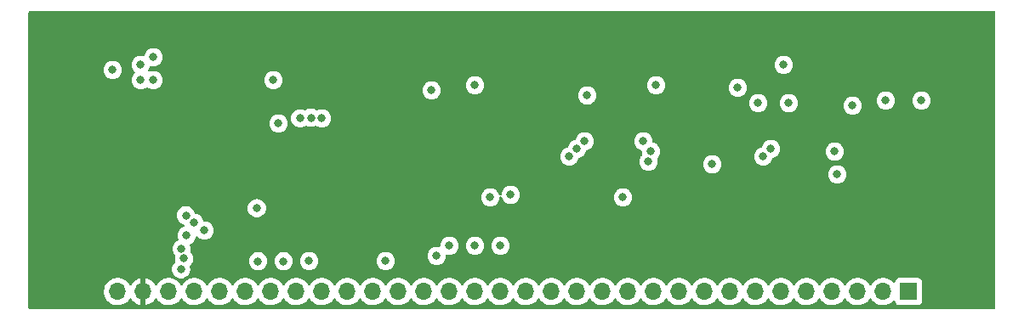
<source format=gbr>
%TF.GenerationSoftware,KiCad,Pcbnew,(6.0.0-0)*%
%TF.CreationDate,2022-10-19T21:29:49-04:00*%
%TF.ProjectId,CPU-Instruction-Decoder,4350552d-496e-4737-9472-756374696f6e,rev?*%
%TF.SameCoordinates,Original*%
%TF.FileFunction,Copper,L3,Inr*%
%TF.FilePolarity,Positive*%
%FSLAX46Y46*%
G04 Gerber Fmt 4.6, Leading zero omitted, Abs format (unit mm)*
G04 Created by KiCad (PCBNEW (6.0.0-0)) date 2022-10-19 21:29:49*
%MOMM*%
%LPD*%
G01*
G04 APERTURE LIST*
%TA.AperFunction,ComponentPad*%
%ADD10R,1.700000X1.700000*%
%TD*%
%TA.AperFunction,ComponentPad*%
%ADD11O,1.700000X1.700000*%
%TD*%
%TA.AperFunction,ViaPad*%
%ADD12C,0.800000*%
%TD*%
G04 APERTURE END LIST*
D10*
%TO.N,~{MEM_WRITE}*%
%TO.C,J1*%
X338836000Y-221488000D03*
D11*
%TO.N,~{MEM_READ}*%
X336296000Y-221488000D03*
%TO.N,~{STACK_SEG_EN}*%
X333756000Y-221488000D03*
%TO.N,~{DATA_SEG_EN}*%
X331216000Y-221488000D03*
%TO.N,~{CODE_SEG_EN}*%
X328676000Y-221488000D03*
%TO.N,~{STACK_SEG_OUT}*%
X326136000Y-221488000D03*
%TO.N,~{DATA_SEG_OUT}*%
X323596000Y-221488000D03*
%TO.N,~{CODE_SEG_OUT}*%
X321056000Y-221488000D03*
%TO.N,~{MEM_LATCH_MAR}*%
X318516000Y-221488000D03*
%TO.N,~{STACK_SEG_IN}*%
X315976000Y-221488000D03*
%TO.N,~{DATA_SEG_IN}*%
X313436000Y-221488000D03*
%TO.N,~{CODE_SEG_IN}*%
X310896000Y-221488000D03*
%TO.N,GPR6*%
X308356000Y-221488000D03*
%TO.N,GPR5*%
X305816000Y-221488000D03*
%TO.N,GPR4*%
X303276000Y-221488000D03*
%TO.N,GPR3*%
X300736000Y-221488000D03*
%TO.N,GPR2*%
X298196000Y-221488000D03*
%TO.N,GPR1*%
X295656000Y-221488000D03*
%TO.N,GPR0*%
X293116000Y-221488000D03*
%TO.N,WR1*%
X290576000Y-221488000D03*
%TO.N,WR0*%
X288036000Y-221488000D03*
%TO.N,RD1*%
X285496000Y-221488000D03*
%TO.N,RD0*%
X282956000Y-221488000D03*
%TO.N,\u03BCWR2*%
X280416000Y-221488000D03*
%TO.N,\u03BCWR1*%
X277876000Y-221488000D03*
%TO.N,\u03BCWR0*%
X275336000Y-221488000D03*
%TO.N,\u03BCRD3*%
X272796000Y-221488000D03*
%TO.N,\u03BCRD2*%
X270256000Y-221488000D03*
%TO.N,\u03BCRD1*%
X267716000Y-221488000D03*
%TO.N,\u03BCRD0*%
X265176000Y-221488000D03*
%TO.N,GND*%
X262636000Y-221488000D03*
%TO.N,VCC*%
X260096000Y-221488000D03*
%TD*%
D12*
%TO.N,\u03BCRD0*%
X278257000Y-204213888D03*
X305054000Y-208026000D03*
%TO.N,\u03BCRD1*%
X279339744Y-204155744D03*
X305816000Y-207264000D03*
%TO.N,\u03BCRD2*%
X306578000Y-206502000D03*
X280416000Y-204216000D03*
%TO.N,RD0*%
X276098000Y-204724000D03*
X273944864Y-213181000D03*
%TO.N,RD1*%
X310388000Y-212090000D03*
%TO.N,\u03BCWR0*%
X266704622Y-218203253D03*
X274066000Y-218477500D03*
%TO.N,\u03BCWR1*%
X262382000Y-198882000D03*
X266446000Y-217237789D03*
X262382000Y-200406000D03*
X276606000Y-218477500D03*
%TO.N,\u03BCWR2*%
X279146000Y-218440000D03*
X266954000Y-215900000D03*
X263652000Y-198120000D03*
X263652000Y-200406000D03*
%TO.N,WR0*%
X286766000Y-218440000D03*
X266399576Y-219271636D03*
%TO.N,WR1*%
X297180000Y-212090000D03*
X291846000Y-217932000D03*
%TO.N,GND*%
X321818000Y-202946000D03*
X317246000Y-201168000D03*
X258572000Y-209804000D03*
X287274000Y-204216000D03*
X264922000Y-204470000D03*
X341667500Y-210820000D03*
X328168000Y-211582000D03*
X269748000Y-204470000D03*
X316267500Y-211074000D03*
X301662543Y-211050457D03*
X276197725Y-210157725D03*
X269748000Y-209804000D03*
X283464000Y-204216000D03*
X287020000Y-209804000D03*
X255016000Y-199390000D03*
X292862000Y-198120000D03*
%TO.N,VCC*%
X333248000Y-202946000D03*
X321818000Y-201168000D03*
X275590000Y-200406000D03*
X259588000Y-199390000D03*
X291338000Y-201422000D03*
X312928000Y-208534000D03*
X299212000Y-211836000D03*
X306832000Y-201930000D03*
%TO.N,GPR2*%
X266884364Y-213905500D03*
X298196000Y-216916000D03*
%TO.N,GPR1*%
X267722277Y-214622587D03*
X295656000Y-216916000D03*
%TO.N,GPR0*%
X268732000Y-215392000D03*
X293116000Y-216916000D03*
%TO.N,/~{READ_CODE}*%
X331724000Y-209804000D03*
X319278000Y-208788000D03*
X313182000Y-207518000D03*
%TO.N,/~{WRITE_CODE}*%
X295656000Y-200914000D03*
X313690000Y-200914000D03*
%TO.N,/~{READ_DATA}*%
X324358000Y-208026000D03*
X312420000Y-206502000D03*
X331470000Y-207518000D03*
%TO.N,/~{WRITE_DATA}*%
X326390000Y-198882000D03*
X325120000Y-207264000D03*
%TO.N,/~{READ_STACK}*%
X323850000Y-202692000D03*
X326902299Y-202696299D03*
%TO.N,Net-(U9-Pad12)*%
X336550000Y-202438000D03*
X340106000Y-202438000D03*
%TD*%
%TA.AperFunction,Conductor*%
%TO.N,GND*%
G36*
X347414121Y-193568002D02*
G01*
X347460614Y-193621658D01*
X347472000Y-193674000D01*
X347472000Y-223140000D01*
X347451998Y-223208121D01*
X347398342Y-223254614D01*
X347346000Y-223266000D01*
X251332000Y-223266000D01*
X251263879Y-223245998D01*
X251217386Y-223192342D01*
X251206000Y-223140000D01*
X251206000Y-221454695D01*
X258733251Y-221454695D01*
X258746110Y-221677715D01*
X258747247Y-221682761D01*
X258747248Y-221682767D01*
X258768275Y-221776069D01*
X258795222Y-221895639D01*
X258879266Y-222102616D01*
X258916685Y-222163678D01*
X258993291Y-222288688D01*
X258995987Y-222293088D01*
X259142250Y-222461938D01*
X259314126Y-222604632D01*
X259507000Y-222717338D01*
X259715692Y-222797030D01*
X259720760Y-222798061D01*
X259720763Y-222798062D01*
X259815862Y-222817410D01*
X259934597Y-222841567D01*
X259939772Y-222841757D01*
X259939774Y-222841757D01*
X260152673Y-222849564D01*
X260152677Y-222849564D01*
X260157837Y-222849753D01*
X260162957Y-222849097D01*
X260162959Y-222849097D01*
X260374288Y-222822025D01*
X260374289Y-222822025D01*
X260379416Y-222821368D01*
X260384366Y-222819883D01*
X260588429Y-222758661D01*
X260588434Y-222758659D01*
X260593384Y-222757174D01*
X260793994Y-222658896D01*
X260975860Y-222529173D01*
X261134096Y-222371489D01*
X261193594Y-222288689D01*
X261264453Y-222190077D01*
X261265640Y-222190930D01*
X261312960Y-222147362D01*
X261382897Y-222135145D01*
X261448338Y-222162678D01*
X261476166Y-222194511D01*
X261533694Y-222288388D01*
X261539777Y-222296699D01*
X261679213Y-222457667D01*
X261686580Y-222464883D01*
X261850434Y-222600916D01*
X261858881Y-222606831D01*
X262042756Y-222714279D01*
X262052042Y-222718729D01*
X262251001Y-222794703D01*
X262260899Y-222797579D01*
X262364250Y-222818606D01*
X262378299Y-222817410D01*
X262382000Y-222807065D01*
X262382000Y-222806517D01*
X262890000Y-222806517D01*
X262894064Y-222820359D01*
X262907478Y-222822393D01*
X262914184Y-222821534D01*
X262924262Y-222819392D01*
X263128255Y-222758191D01*
X263137842Y-222754433D01*
X263329095Y-222660739D01*
X263337945Y-222655464D01*
X263511328Y-222531792D01*
X263519200Y-222525139D01*
X263670052Y-222374812D01*
X263676730Y-222366965D01*
X263804022Y-222189819D01*
X263805279Y-222190722D01*
X263852373Y-222147362D01*
X263922311Y-222135145D01*
X263987751Y-222162678D01*
X264015579Y-222194511D01*
X264075987Y-222293088D01*
X264222250Y-222461938D01*
X264394126Y-222604632D01*
X264587000Y-222717338D01*
X264795692Y-222797030D01*
X264800760Y-222798061D01*
X264800763Y-222798062D01*
X264895862Y-222817410D01*
X265014597Y-222841567D01*
X265019772Y-222841757D01*
X265019774Y-222841757D01*
X265232673Y-222849564D01*
X265232677Y-222849564D01*
X265237837Y-222849753D01*
X265242957Y-222849097D01*
X265242959Y-222849097D01*
X265454288Y-222822025D01*
X265454289Y-222822025D01*
X265459416Y-222821368D01*
X265464366Y-222819883D01*
X265668429Y-222758661D01*
X265668434Y-222758659D01*
X265673384Y-222757174D01*
X265873994Y-222658896D01*
X266055860Y-222529173D01*
X266214096Y-222371489D01*
X266273594Y-222288689D01*
X266344453Y-222190077D01*
X266345776Y-222191028D01*
X266392645Y-222147857D01*
X266462580Y-222135625D01*
X266528026Y-222163144D01*
X266555875Y-222194994D01*
X266615987Y-222293088D01*
X266762250Y-222461938D01*
X266934126Y-222604632D01*
X267127000Y-222717338D01*
X267335692Y-222797030D01*
X267340760Y-222798061D01*
X267340763Y-222798062D01*
X267435862Y-222817410D01*
X267554597Y-222841567D01*
X267559772Y-222841757D01*
X267559774Y-222841757D01*
X267772673Y-222849564D01*
X267772677Y-222849564D01*
X267777837Y-222849753D01*
X267782957Y-222849097D01*
X267782959Y-222849097D01*
X267994288Y-222822025D01*
X267994289Y-222822025D01*
X267999416Y-222821368D01*
X268004366Y-222819883D01*
X268208429Y-222758661D01*
X268208434Y-222758659D01*
X268213384Y-222757174D01*
X268413994Y-222658896D01*
X268595860Y-222529173D01*
X268754096Y-222371489D01*
X268813594Y-222288689D01*
X268884453Y-222190077D01*
X268885776Y-222191028D01*
X268932645Y-222147857D01*
X269002580Y-222135625D01*
X269068026Y-222163144D01*
X269095875Y-222194994D01*
X269155987Y-222293088D01*
X269302250Y-222461938D01*
X269474126Y-222604632D01*
X269667000Y-222717338D01*
X269875692Y-222797030D01*
X269880760Y-222798061D01*
X269880763Y-222798062D01*
X269975862Y-222817410D01*
X270094597Y-222841567D01*
X270099772Y-222841757D01*
X270099774Y-222841757D01*
X270312673Y-222849564D01*
X270312677Y-222849564D01*
X270317837Y-222849753D01*
X270322957Y-222849097D01*
X270322959Y-222849097D01*
X270534288Y-222822025D01*
X270534289Y-222822025D01*
X270539416Y-222821368D01*
X270544366Y-222819883D01*
X270748429Y-222758661D01*
X270748434Y-222758659D01*
X270753384Y-222757174D01*
X270953994Y-222658896D01*
X271135860Y-222529173D01*
X271294096Y-222371489D01*
X271353594Y-222288689D01*
X271424453Y-222190077D01*
X271425776Y-222191028D01*
X271472645Y-222147857D01*
X271542580Y-222135625D01*
X271608026Y-222163144D01*
X271635875Y-222194994D01*
X271695987Y-222293088D01*
X271842250Y-222461938D01*
X272014126Y-222604632D01*
X272207000Y-222717338D01*
X272415692Y-222797030D01*
X272420760Y-222798061D01*
X272420763Y-222798062D01*
X272515862Y-222817410D01*
X272634597Y-222841567D01*
X272639772Y-222841757D01*
X272639774Y-222841757D01*
X272852673Y-222849564D01*
X272852677Y-222849564D01*
X272857837Y-222849753D01*
X272862957Y-222849097D01*
X272862959Y-222849097D01*
X273074288Y-222822025D01*
X273074289Y-222822025D01*
X273079416Y-222821368D01*
X273084366Y-222819883D01*
X273288429Y-222758661D01*
X273288434Y-222758659D01*
X273293384Y-222757174D01*
X273493994Y-222658896D01*
X273675860Y-222529173D01*
X273834096Y-222371489D01*
X273893594Y-222288689D01*
X273964453Y-222190077D01*
X273965776Y-222191028D01*
X274012645Y-222147857D01*
X274082580Y-222135625D01*
X274148026Y-222163144D01*
X274175875Y-222194994D01*
X274235987Y-222293088D01*
X274382250Y-222461938D01*
X274554126Y-222604632D01*
X274747000Y-222717338D01*
X274955692Y-222797030D01*
X274960760Y-222798061D01*
X274960763Y-222798062D01*
X275055862Y-222817410D01*
X275174597Y-222841567D01*
X275179772Y-222841757D01*
X275179774Y-222841757D01*
X275392673Y-222849564D01*
X275392677Y-222849564D01*
X275397837Y-222849753D01*
X275402957Y-222849097D01*
X275402959Y-222849097D01*
X275614288Y-222822025D01*
X275614289Y-222822025D01*
X275619416Y-222821368D01*
X275624366Y-222819883D01*
X275828429Y-222758661D01*
X275828434Y-222758659D01*
X275833384Y-222757174D01*
X276033994Y-222658896D01*
X276215860Y-222529173D01*
X276374096Y-222371489D01*
X276433594Y-222288689D01*
X276504453Y-222190077D01*
X276505776Y-222191028D01*
X276552645Y-222147857D01*
X276622580Y-222135625D01*
X276688026Y-222163144D01*
X276715875Y-222194994D01*
X276775987Y-222293088D01*
X276922250Y-222461938D01*
X277094126Y-222604632D01*
X277287000Y-222717338D01*
X277495692Y-222797030D01*
X277500760Y-222798061D01*
X277500763Y-222798062D01*
X277595862Y-222817410D01*
X277714597Y-222841567D01*
X277719772Y-222841757D01*
X277719774Y-222841757D01*
X277932673Y-222849564D01*
X277932677Y-222849564D01*
X277937837Y-222849753D01*
X277942957Y-222849097D01*
X277942959Y-222849097D01*
X278154288Y-222822025D01*
X278154289Y-222822025D01*
X278159416Y-222821368D01*
X278164366Y-222819883D01*
X278368429Y-222758661D01*
X278368434Y-222758659D01*
X278373384Y-222757174D01*
X278573994Y-222658896D01*
X278755860Y-222529173D01*
X278914096Y-222371489D01*
X278973594Y-222288689D01*
X279044453Y-222190077D01*
X279045776Y-222191028D01*
X279092645Y-222147857D01*
X279162580Y-222135625D01*
X279228026Y-222163144D01*
X279255875Y-222194994D01*
X279315987Y-222293088D01*
X279462250Y-222461938D01*
X279634126Y-222604632D01*
X279827000Y-222717338D01*
X280035692Y-222797030D01*
X280040760Y-222798061D01*
X280040763Y-222798062D01*
X280135862Y-222817410D01*
X280254597Y-222841567D01*
X280259772Y-222841757D01*
X280259774Y-222841757D01*
X280472673Y-222849564D01*
X280472677Y-222849564D01*
X280477837Y-222849753D01*
X280482957Y-222849097D01*
X280482959Y-222849097D01*
X280694288Y-222822025D01*
X280694289Y-222822025D01*
X280699416Y-222821368D01*
X280704366Y-222819883D01*
X280908429Y-222758661D01*
X280908434Y-222758659D01*
X280913384Y-222757174D01*
X281113994Y-222658896D01*
X281295860Y-222529173D01*
X281454096Y-222371489D01*
X281513594Y-222288689D01*
X281584453Y-222190077D01*
X281585776Y-222191028D01*
X281632645Y-222147857D01*
X281702580Y-222135625D01*
X281768026Y-222163144D01*
X281795875Y-222194994D01*
X281855987Y-222293088D01*
X282002250Y-222461938D01*
X282174126Y-222604632D01*
X282367000Y-222717338D01*
X282575692Y-222797030D01*
X282580760Y-222798061D01*
X282580763Y-222798062D01*
X282675862Y-222817410D01*
X282794597Y-222841567D01*
X282799772Y-222841757D01*
X282799774Y-222841757D01*
X283012673Y-222849564D01*
X283012677Y-222849564D01*
X283017837Y-222849753D01*
X283022957Y-222849097D01*
X283022959Y-222849097D01*
X283234288Y-222822025D01*
X283234289Y-222822025D01*
X283239416Y-222821368D01*
X283244366Y-222819883D01*
X283448429Y-222758661D01*
X283448434Y-222758659D01*
X283453384Y-222757174D01*
X283653994Y-222658896D01*
X283835860Y-222529173D01*
X283994096Y-222371489D01*
X284053594Y-222288689D01*
X284124453Y-222190077D01*
X284125776Y-222191028D01*
X284172645Y-222147857D01*
X284242580Y-222135625D01*
X284308026Y-222163144D01*
X284335875Y-222194994D01*
X284395987Y-222293088D01*
X284542250Y-222461938D01*
X284714126Y-222604632D01*
X284907000Y-222717338D01*
X285115692Y-222797030D01*
X285120760Y-222798061D01*
X285120763Y-222798062D01*
X285215862Y-222817410D01*
X285334597Y-222841567D01*
X285339772Y-222841757D01*
X285339774Y-222841757D01*
X285552673Y-222849564D01*
X285552677Y-222849564D01*
X285557837Y-222849753D01*
X285562957Y-222849097D01*
X285562959Y-222849097D01*
X285774288Y-222822025D01*
X285774289Y-222822025D01*
X285779416Y-222821368D01*
X285784366Y-222819883D01*
X285988429Y-222758661D01*
X285988434Y-222758659D01*
X285993384Y-222757174D01*
X286193994Y-222658896D01*
X286375860Y-222529173D01*
X286534096Y-222371489D01*
X286593594Y-222288689D01*
X286664453Y-222190077D01*
X286665776Y-222191028D01*
X286712645Y-222147857D01*
X286782580Y-222135625D01*
X286848026Y-222163144D01*
X286875875Y-222194994D01*
X286935987Y-222293088D01*
X287082250Y-222461938D01*
X287254126Y-222604632D01*
X287447000Y-222717338D01*
X287655692Y-222797030D01*
X287660760Y-222798061D01*
X287660763Y-222798062D01*
X287755862Y-222817410D01*
X287874597Y-222841567D01*
X287879772Y-222841757D01*
X287879774Y-222841757D01*
X288092673Y-222849564D01*
X288092677Y-222849564D01*
X288097837Y-222849753D01*
X288102957Y-222849097D01*
X288102959Y-222849097D01*
X288314288Y-222822025D01*
X288314289Y-222822025D01*
X288319416Y-222821368D01*
X288324366Y-222819883D01*
X288528429Y-222758661D01*
X288528434Y-222758659D01*
X288533384Y-222757174D01*
X288733994Y-222658896D01*
X288915860Y-222529173D01*
X289074096Y-222371489D01*
X289133594Y-222288689D01*
X289204453Y-222190077D01*
X289205776Y-222191028D01*
X289252645Y-222147857D01*
X289322580Y-222135625D01*
X289388026Y-222163144D01*
X289415875Y-222194994D01*
X289475987Y-222293088D01*
X289622250Y-222461938D01*
X289794126Y-222604632D01*
X289987000Y-222717338D01*
X290195692Y-222797030D01*
X290200760Y-222798061D01*
X290200763Y-222798062D01*
X290295862Y-222817410D01*
X290414597Y-222841567D01*
X290419772Y-222841757D01*
X290419774Y-222841757D01*
X290632673Y-222849564D01*
X290632677Y-222849564D01*
X290637837Y-222849753D01*
X290642957Y-222849097D01*
X290642959Y-222849097D01*
X290854288Y-222822025D01*
X290854289Y-222822025D01*
X290859416Y-222821368D01*
X290864366Y-222819883D01*
X291068429Y-222758661D01*
X291068434Y-222758659D01*
X291073384Y-222757174D01*
X291273994Y-222658896D01*
X291455860Y-222529173D01*
X291614096Y-222371489D01*
X291673594Y-222288689D01*
X291744453Y-222190077D01*
X291745776Y-222191028D01*
X291792645Y-222147857D01*
X291862580Y-222135625D01*
X291928026Y-222163144D01*
X291955875Y-222194994D01*
X292015987Y-222293088D01*
X292162250Y-222461938D01*
X292334126Y-222604632D01*
X292527000Y-222717338D01*
X292735692Y-222797030D01*
X292740760Y-222798061D01*
X292740763Y-222798062D01*
X292835862Y-222817410D01*
X292954597Y-222841567D01*
X292959772Y-222841757D01*
X292959774Y-222841757D01*
X293172673Y-222849564D01*
X293172677Y-222849564D01*
X293177837Y-222849753D01*
X293182957Y-222849097D01*
X293182959Y-222849097D01*
X293394288Y-222822025D01*
X293394289Y-222822025D01*
X293399416Y-222821368D01*
X293404366Y-222819883D01*
X293608429Y-222758661D01*
X293608434Y-222758659D01*
X293613384Y-222757174D01*
X293813994Y-222658896D01*
X293995860Y-222529173D01*
X294154096Y-222371489D01*
X294213594Y-222288689D01*
X294284453Y-222190077D01*
X294285776Y-222191028D01*
X294332645Y-222147857D01*
X294402580Y-222135625D01*
X294468026Y-222163144D01*
X294495875Y-222194994D01*
X294555987Y-222293088D01*
X294702250Y-222461938D01*
X294874126Y-222604632D01*
X295067000Y-222717338D01*
X295275692Y-222797030D01*
X295280760Y-222798061D01*
X295280763Y-222798062D01*
X295375862Y-222817410D01*
X295494597Y-222841567D01*
X295499772Y-222841757D01*
X295499774Y-222841757D01*
X295712673Y-222849564D01*
X295712677Y-222849564D01*
X295717837Y-222849753D01*
X295722957Y-222849097D01*
X295722959Y-222849097D01*
X295934288Y-222822025D01*
X295934289Y-222822025D01*
X295939416Y-222821368D01*
X295944366Y-222819883D01*
X296148429Y-222758661D01*
X296148434Y-222758659D01*
X296153384Y-222757174D01*
X296353994Y-222658896D01*
X296535860Y-222529173D01*
X296694096Y-222371489D01*
X296753594Y-222288689D01*
X296824453Y-222190077D01*
X296825776Y-222191028D01*
X296872645Y-222147857D01*
X296942580Y-222135625D01*
X297008026Y-222163144D01*
X297035875Y-222194994D01*
X297095987Y-222293088D01*
X297242250Y-222461938D01*
X297414126Y-222604632D01*
X297607000Y-222717338D01*
X297815692Y-222797030D01*
X297820760Y-222798061D01*
X297820763Y-222798062D01*
X297915862Y-222817410D01*
X298034597Y-222841567D01*
X298039772Y-222841757D01*
X298039774Y-222841757D01*
X298252673Y-222849564D01*
X298252677Y-222849564D01*
X298257837Y-222849753D01*
X298262957Y-222849097D01*
X298262959Y-222849097D01*
X298474288Y-222822025D01*
X298474289Y-222822025D01*
X298479416Y-222821368D01*
X298484366Y-222819883D01*
X298688429Y-222758661D01*
X298688434Y-222758659D01*
X298693384Y-222757174D01*
X298893994Y-222658896D01*
X299075860Y-222529173D01*
X299234096Y-222371489D01*
X299293594Y-222288689D01*
X299364453Y-222190077D01*
X299365776Y-222191028D01*
X299412645Y-222147857D01*
X299482580Y-222135625D01*
X299548026Y-222163144D01*
X299575875Y-222194994D01*
X299635987Y-222293088D01*
X299782250Y-222461938D01*
X299954126Y-222604632D01*
X300147000Y-222717338D01*
X300355692Y-222797030D01*
X300360760Y-222798061D01*
X300360763Y-222798062D01*
X300455862Y-222817410D01*
X300574597Y-222841567D01*
X300579772Y-222841757D01*
X300579774Y-222841757D01*
X300792673Y-222849564D01*
X300792677Y-222849564D01*
X300797837Y-222849753D01*
X300802957Y-222849097D01*
X300802959Y-222849097D01*
X301014288Y-222822025D01*
X301014289Y-222822025D01*
X301019416Y-222821368D01*
X301024366Y-222819883D01*
X301228429Y-222758661D01*
X301228434Y-222758659D01*
X301233384Y-222757174D01*
X301433994Y-222658896D01*
X301615860Y-222529173D01*
X301774096Y-222371489D01*
X301833594Y-222288689D01*
X301904453Y-222190077D01*
X301905776Y-222191028D01*
X301952645Y-222147857D01*
X302022580Y-222135625D01*
X302088026Y-222163144D01*
X302115875Y-222194994D01*
X302175987Y-222293088D01*
X302322250Y-222461938D01*
X302494126Y-222604632D01*
X302687000Y-222717338D01*
X302895692Y-222797030D01*
X302900760Y-222798061D01*
X302900763Y-222798062D01*
X302995862Y-222817410D01*
X303114597Y-222841567D01*
X303119772Y-222841757D01*
X303119774Y-222841757D01*
X303332673Y-222849564D01*
X303332677Y-222849564D01*
X303337837Y-222849753D01*
X303342957Y-222849097D01*
X303342959Y-222849097D01*
X303554288Y-222822025D01*
X303554289Y-222822025D01*
X303559416Y-222821368D01*
X303564366Y-222819883D01*
X303768429Y-222758661D01*
X303768434Y-222758659D01*
X303773384Y-222757174D01*
X303973994Y-222658896D01*
X304155860Y-222529173D01*
X304314096Y-222371489D01*
X304373594Y-222288689D01*
X304444453Y-222190077D01*
X304445776Y-222191028D01*
X304492645Y-222147857D01*
X304562580Y-222135625D01*
X304628026Y-222163144D01*
X304655875Y-222194994D01*
X304715987Y-222293088D01*
X304862250Y-222461938D01*
X305034126Y-222604632D01*
X305227000Y-222717338D01*
X305435692Y-222797030D01*
X305440760Y-222798061D01*
X305440763Y-222798062D01*
X305535862Y-222817410D01*
X305654597Y-222841567D01*
X305659772Y-222841757D01*
X305659774Y-222841757D01*
X305872673Y-222849564D01*
X305872677Y-222849564D01*
X305877837Y-222849753D01*
X305882957Y-222849097D01*
X305882959Y-222849097D01*
X306094288Y-222822025D01*
X306094289Y-222822025D01*
X306099416Y-222821368D01*
X306104366Y-222819883D01*
X306308429Y-222758661D01*
X306308434Y-222758659D01*
X306313384Y-222757174D01*
X306513994Y-222658896D01*
X306695860Y-222529173D01*
X306854096Y-222371489D01*
X306913594Y-222288689D01*
X306984453Y-222190077D01*
X306985776Y-222191028D01*
X307032645Y-222147857D01*
X307102580Y-222135625D01*
X307168026Y-222163144D01*
X307195875Y-222194994D01*
X307255987Y-222293088D01*
X307402250Y-222461938D01*
X307574126Y-222604632D01*
X307767000Y-222717338D01*
X307975692Y-222797030D01*
X307980760Y-222798061D01*
X307980763Y-222798062D01*
X308075862Y-222817410D01*
X308194597Y-222841567D01*
X308199772Y-222841757D01*
X308199774Y-222841757D01*
X308412673Y-222849564D01*
X308412677Y-222849564D01*
X308417837Y-222849753D01*
X308422957Y-222849097D01*
X308422959Y-222849097D01*
X308634288Y-222822025D01*
X308634289Y-222822025D01*
X308639416Y-222821368D01*
X308644366Y-222819883D01*
X308848429Y-222758661D01*
X308848434Y-222758659D01*
X308853384Y-222757174D01*
X309053994Y-222658896D01*
X309235860Y-222529173D01*
X309394096Y-222371489D01*
X309453594Y-222288689D01*
X309524453Y-222190077D01*
X309525776Y-222191028D01*
X309572645Y-222147857D01*
X309642580Y-222135625D01*
X309708026Y-222163144D01*
X309735875Y-222194994D01*
X309795987Y-222293088D01*
X309942250Y-222461938D01*
X310114126Y-222604632D01*
X310307000Y-222717338D01*
X310515692Y-222797030D01*
X310520760Y-222798061D01*
X310520763Y-222798062D01*
X310615862Y-222817410D01*
X310734597Y-222841567D01*
X310739772Y-222841757D01*
X310739774Y-222841757D01*
X310952673Y-222849564D01*
X310952677Y-222849564D01*
X310957837Y-222849753D01*
X310962957Y-222849097D01*
X310962959Y-222849097D01*
X311174288Y-222822025D01*
X311174289Y-222822025D01*
X311179416Y-222821368D01*
X311184366Y-222819883D01*
X311388429Y-222758661D01*
X311388434Y-222758659D01*
X311393384Y-222757174D01*
X311593994Y-222658896D01*
X311775860Y-222529173D01*
X311934096Y-222371489D01*
X311993594Y-222288689D01*
X312064453Y-222190077D01*
X312065776Y-222191028D01*
X312112645Y-222147857D01*
X312182580Y-222135625D01*
X312248026Y-222163144D01*
X312275875Y-222194994D01*
X312335987Y-222293088D01*
X312482250Y-222461938D01*
X312654126Y-222604632D01*
X312847000Y-222717338D01*
X313055692Y-222797030D01*
X313060760Y-222798061D01*
X313060763Y-222798062D01*
X313155862Y-222817410D01*
X313274597Y-222841567D01*
X313279772Y-222841757D01*
X313279774Y-222841757D01*
X313492673Y-222849564D01*
X313492677Y-222849564D01*
X313497837Y-222849753D01*
X313502957Y-222849097D01*
X313502959Y-222849097D01*
X313714288Y-222822025D01*
X313714289Y-222822025D01*
X313719416Y-222821368D01*
X313724366Y-222819883D01*
X313928429Y-222758661D01*
X313928434Y-222758659D01*
X313933384Y-222757174D01*
X314133994Y-222658896D01*
X314315860Y-222529173D01*
X314474096Y-222371489D01*
X314533594Y-222288689D01*
X314604453Y-222190077D01*
X314605776Y-222191028D01*
X314652645Y-222147857D01*
X314722580Y-222135625D01*
X314788026Y-222163144D01*
X314815875Y-222194994D01*
X314875987Y-222293088D01*
X315022250Y-222461938D01*
X315194126Y-222604632D01*
X315387000Y-222717338D01*
X315595692Y-222797030D01*
X315600760Y-222798061D01*
X315600763Y-222798062D01*
X315695862Y-222817410D01*
X315814597Y-222841567D01*
X315819772Y-222841757D01*
X315819774Y-222841757D01*
X316032673Y-222849564D01*
X316032677Y-222849564D01*
X316037837Y-222849753D01*
X316042957Y-222849097D01*
X316042959Y-222849097D01*
X316254288Y-222822025D01*
X316254289Y-222822025D01*
X316259416Y-222821368D01*
X316264366Y-222819883D01*
X316468429Y-222758661D01*
X316468434Y-222758659D01*
X316473384Y-222757174D01*
X316673994Y-222658896D01*
X316855860Y-222529173D01*
X317014096Y-222371489D01*
X317073594Y-222288689D01*
X317144453Y-222190077D01*
X317145776Y-222191028D01*
X317192645Y-222147857D01*
X317262580Y-222135625D01*
X317328026Y-222163144D01*
X317355875Y-222194994D01*
X317415987Y-222293088D01*
X317562250Y-222461938D01*
X317734126Y-222604632D01*
X317927000Y-222717338D01*
X318135692Y-222797030D01*
X318140760Y-222798061D01*
X318140763Y-222798062D01*
X318235862Y-222817410D01*
X318354597Y-222841567D01*
X318359772Y-222841757D01*
X318359774Y-222841757D01*
X318572673Y-222849564D01*
X318572677Y-222849564D01*
X318577837Y-222849753D01*
X318582957Y-222849097D01*
X318582959Y-222849097D01*
X318794288Y-222822025D01*
X318794289Y-222822025D01*
X318799416Y-222821368D01*
X318804366Y-222819883D01*
X319008429Y-222758661D01*
X319008434Y-222758659D01*
X319013384Y-222757174D01*
X319213994Y-222658896D01*
X319395860Y-222529173D01*
X319554096Y-222371489D01*
X319613594Y-222288689D01*
X319684453Y-222190077D01*
X319685776Y-222191028D01*
X319732645Y-222147857D01*
X319802580Y-222135625D01*
X319868026Y-222163144D01*
X319895875Y-222194994D01*
X319955987Y-222293088D01*
X320102250Y-222461938D01*
X320274126Y-222604632D01*
X320467000Y-222717338D01*
X320675692Y-222797030D01*
X320680760Y-222798061D01*
X320680763Y-222798062D01*
X320775862Y-222817410D01*
X320894597Y-222841567D01*
X320899772Y-222841757D01*
X320899774Y-222841757D01*
X321112673Y-222849564D01*
X321112677Y-222849564D01*
X321117837Y-222849753D01*
X321122957Y-222849097D01*
X321122959Y-222849097D01*
X321334288Y-222822025D01*
X321334289Y-222822025D01*
X321339416Y-222821368D01*
X321344366Y-222819883D01*
X321548429Y-222758661D01*
X321548434Y-222758659D01*
X321553384Y-222757174D01*
X321753994Y-222658896D01*
X321935860Y-222529173D01*
X322094096Y-222371489D01*
X322153594Y-222288689D01*
X322224453Y-222190077D01*
X322225776Y-222191028D01*
X322272645Y-222147857D01*
X322342580Y-222135625D01*
X322408026Y-222163144D01*
X322435875Y-222194994D01*
X322495987Y-222293088D01*
X322642250Y-222461938D01*
X322814126Y-222604632D01*
X323007000Y-222717338D01*
X323215692Y-222797030D01*
X323220760Y-222798061D01*
X323220763Y-222798062D01*
X323315862Y-222817410D01*
X323434597Y-222841567D01*
X323439772Y-222841757D01*
X323439774Y-222841757D01*
X323652673Y-222849564D01*
X323652677Y-222849564D01*
X323657837Y-222849753D01*
X323662957Y-222849097D01*
X323662959Y-222849097D01*
X323874288Y-222822025D01*
X323874289Y-222822025D01*
X323879416Y-222821368D01*
X323884366Y-222819883D01*
X324088429Y-222758661D01*
X324088434Y-222758659D01*
X324093384Y-222757174D01*
X324293994Y-222658896D01*
X324475860Y-222529173D01*
X324634096Y-222371489D01*
X324693594Y-222288689D01*
X324764453Y-222190077D01*
X324765776Y-222191028D01*
X324812645Y-222147857D01*
X324882580Y-222135625D01*
X324948026Y-222163144D01*
X324975875Y-222194994D01*
X325035987Y-222293088D01*
X325182250Y-222461938D01*
X325354126Y-222604632D01*
X325547000Y-222717338D01*
X325755692Y-222797030D01*
X325760760Y-222798061D01*
X325760763Y-222798062D01*
X325855862Y-222817410D01*
X325974597Y-222841567D01*
X325979772Y-222841757D01*
X325979774Y-222841757D01*
X326192673Y-222849564D01*
X326192677Y-222849564D01*
X326197837Y-222849753D01*
X326202957Y-222849097D01*
X326202959Y-222849097D01*
X326414288Y-222822025D01*
X326414289Y-222822025D01*
X326419416Y-222821368D01*
X326424366Y-222819883D01*
X326628429Y-222758661D01*
X326628434Y-222758659D01*
X326633384Y-222757174D01*
X326833994Y-222658896D01*
X327015860Y-222529173D01*
X327174096Y-222371489D01*
X327233594Y-222288689D01*
X327304453Y-222190077D01*
X327305776Y-222191028D01*
X327352645Y-222147857D01*
X327422580Y-222135625D01*
X327488026Y-222163144D01*
X327515875Y-222194994D01*
X327575987Y-222293088D01*
X327722250Y-222461938D01*
X327894126Y-222604632D01*
X328087000Y-222717338D01*
X328295692Y-222797030D01*
X328300760Y-222798061D01*
X328300763Y-222798062D01*
X328395862Y-222817410D01*
X328514597Y-222841567D01*
X328519772Y-222841757D01*
X328519774Y-222841757D01*
X328732673Y-222849564D01*
X328732677Y-222849564D01*
X328737837Y-222849753D01*
X328742957Y-222849097D01*
X328742959Y-222849097D01*
X328954288Y-222822025D01*
X328954289Y-222822025D01*
X328959416Y-222821368D01*
X328964366Y-222819883D01*
X329168429Y-222758661D01*
X329168434Y-222758659D01*
X329173384Y-222757174D01*
X329373994Y-222658896D01*
X329555860Y-222529173D01*
X329714096Y-222371489D01*
X329773594Y-222288689D01*
X329844453Y-222190077D01*
X329845776Y-222191028D01*
X329892645Y-222147857D01*
X329962580Y-222135625D01*
X330028026Y-222163144D01*
X330055875Y-222194994D01*
X330115987Y-222293088D01*
X330262250Y-222461938D01*
X330434126Y-222604632D01*
X330627000Y-222717338D01*
X330835692Y-222797030D01*
X330840760Y-222798061D01*
X330840763Y-222798062D01*
X330935862Y-222817410D01*
X331054597Y-222841567D01*
X331059772Y-222841757D01*
X331059774Y-222841757D01*
X331272673Y-222849564D01*
X331272677Y-222849564D01*
X331277837Y-222849753D01*
X331282957Y-222849097D01*
X331282959Y-222849097D01*
X331494288Y-222822025D01*
X331494289Y-222822025D01*
X331499416Y-222821368D01*
X331504366Y-222819883D01*
X331708429Y-222758661D01*
X331708434Y-222758659D01*
X331713384Y-222757174D01*
X331913994Y-222658896D01*
X332095860Y-222529173D01*
X332254096Y-222371489D01*
X332313594Y-222288689D01*
X332384453Y-222190077D01*
X332385776Y-222191028D01*
X332432645Y-222147857D01*
X332502580Y-222135625D01*
X332568026Y-222163144D01*
X332595875Y-222194994D01*
X332655987Y-222293088D01*
X332802250Y-222461938D01*
X332974126Y-222604632D01*
X333167000Y-222717338D01*
X333375692Y-222797030D01*
X333380760Y-222798061D01*
X333380763Y-222798062D01*
X333475862Y-222817410D01*
X333594597Y-222841567D01*
X333599772Y-222841757D01*
X333599774Y-222841757D01*
X333812673Y-222849564D01*
X333812677Y-222849564D01*
X333817837Y-222849753D01*
X333822957Y-222849097D01*
X333822959Y-222849097D01*
X334034288Y-222822025D01*
X334034289Y-222822025D01*
X334039416Y-222821368D01*
X334044366Y-222819883D01*
X334248429Y-222758661D01*
X334248434Y-222758659D01*
X334253384Y-222757174D01*
X334453994Y-222658896D01*
X334635860Y-222529173D01*
X334794096Y-222371489D01*
X334853594Y-222288689D01*
X334924453Y-222190077D01*
X334925776Y-222191028D01*
X334972645Y-222147857D01*
X335042580Y-222135625D01*
X335108026Y-222163144D01*
X335135875Y-222194994D01*
X335195987Y-222293088D01*
X335342250Y-222461938D01*
X335514126Y-222604632D01*
X335707000Y-222717338D01*
X335915692Y-222797030D01*
X335920760Y-222798061D01*
X335920763Y-222798062D01*
X336015862Y-222817410D01*
X336134597Y-222841567D01*
X336139772Y-222841757D01*
X336139774Y-222841757D01*
X336352673Y-222849564D01*
X336352677Y-222849564D01*
X336357837Y-222849753D01*
X336362957Y-222849097D01*
X336362959Y-222849097D01*
X336574288Y-222822025D01*
X336574289Y-222822025D01*
X336579416Y-222821368D01*
X336584366Y-222819883D01*
X336788429Y-222758661D01*
X336788434Y-222758659D01*
X336793384Y-222757174D01*
X336993994Y-222658896D01*
X337175860Y-222529173D01*
X337284091Y-222421319D01*
X337346462Y-222387404D01*
X337417268Y-222392592D01*
X337474030Y-222435238D01*
X337491012Y-222466341D01*
X337535385Y-222584705D01*
X337622739Y-222701261D01*
X337739295Y-222788615D01*
X337875684Y-222839745D01*
X337937866Y-222846500D01*
X339734134Y-222846500D01*
X339796316Y-222839745D01*
X339932705Y-222788615D01*
X340049261Y-222701261D01*
X340136615Y-222584705D01*
X340187745Y-222448316D01*
X340194500Y-222386134D01*
X340194500Y-220589866D01*
X340187745Y-220527684D01*
X340136615Y-220391295D01*
X340049261Y-220274739D01*
X339932705Y-220187385D01*
X339796316Y-220136255D01*
X339734134Y-220129500D01*
X337937866Y-220129500D01*
X337875684Y-220136255D01*
X337739295Y-220187385D01*
X337622739Y-220274739D01*
X337535385Y-220391295D01*
X337532233Y-220399703D01*
X337490919Y-220509907D01*
X337448277Y-220566671D01*
X337381716Y-220591371D01*
X337312367Y-220576163D01*
X337279743Y-220550476D01*
X337229151Y-220494875D01*
X337229142Y-220494866D01*
X337225670Y-220491051D01*
X337221619Y-220487852D01*
X337221615Y-220487848D01*
X337054414Y-220355800D01*
X337054410Y-220355798D01*
X337050359Y-220352598D01*
X337014028Y-220332542D01*
X336998135Y-220323769D01*
X336854789Y-220244638D01*
X336849920Y-220242914D01*
X336849916Y-220242912D01*
X336649087Y-220171795D01*
X336649083Y-220171794D01*
X336644212Y-220170069D01*
X336639119Y-220169162D01*
X336639116Y-220169161D01*
X336429373Y-220131800D01*
X336429367Y-220131799D01*
X336424284Y-220130894D01*
X336350452Y-220129992D01*
X336206081Y-220128228D01*
X336206079Y-220128228D01*
X336200911Y-220128165D01*
X335980091Y-220161955D01*
X335767756Y-220231357D01*
X335569607Y-220334507D01*
X335565474Y-220337610D01*
X335565471Y-220337612D01*
X335395100Y-220465530D01*
X335390965Y-220468635D01*
X335365541Y-220495240D01*
X335297280Y-220566671D01*
X335236629Y-220630138D01*
X335129201Y-220787621D01*
X335074293Y-220832621D01*
X335003768Y-220840792D01*
X334940021Y-220809538D01*
X334919324Y-220785054D01*
X334838822Y-220660617D01*
X334838820Y-220660614D01*
X334836014Y-220656277D01*
X334685670Y-220491051D01*
X334681619Y-220487852D01*
X334681615Y-220487848D01*
X334514414Y-220355800D01*
X334514410Y-220355798D01*
X334510359Y-220352598D01*
X334474028Y-220332542D01*
X334458135Y-220323769D01*
X334314789Y-220244638D01*
X334309920Y-220242914D01*
X334309916Y-220242912D01*
X334109087Y-220171795D01*
X334109083Y-220171794D01*
X334104212Y-220170069D01*
X334099119Y-220169162D01*
X334099116Y-220169161D01*
X333889373Y-220131800D01*
X333889367Y-220131799D01*
X333884284Y-220130894D01*
X333810452Y-220129992D01*
X333666081Y-220128228D01*
X333666079Y-220128228D01*
X333660911Y-220128165D01*
X333440091Y-220161955D01*
X333227756Y-220231357D01*
X333029607Y-220334507D01*
X333025474Y-220337610D01*
X333025471Y-220337612D01*
X332855100Y-220465530D01*
X332850965Y-220468635D01*
X332825541Y-220495240D01*
X332757280Y-220566671D01*
X332696629Y-220630138D01*
X332589201Y-220787621D01*
X332534293Y-220832621D01*
X332463768Y-220840792D01*
X332400021Y-220809538D01*
X332379324Y-220785054D01*
X332298822Y-220660617D01*
X332298820Y-220660614D01*
X332296014Y-220656277D01*
X332145670Y-220491051D01*
X332141619Y-220487852D01*
X332141615Y-220487848D01*
X331974414Y-220355800D01*
X331974410Y-220355798D01*
X331970359Y-220352598D01*
X331934028Y-220332542D01*
X331918135Y-220323769D01*
X331774789Y-220244638D01*
X331769920Y-220242914D01*
X331769916Y-220242912D01*
X331569087Y-220171795D01*
X331569083Y-220171794D01*
X331564212Y-220170069D01*
X331559119Y-220169162D01*
X331559116Y-220169161D01*
X331349373Y-220131800D01*
X331349367Y-220131799D01*
X331344284Y-220130894D01*
X331270452Y-220129992D01*
X331126081Y-220128228D01*
X331126079Y-220128228D01*
X331120911Y-220128165D01*
X330900091Y-220161955D01*
X330687756Y-220231357D01*
X330489607Y-220334507D01*
X330485474Y-220337610D01*
X330485471Y-220337612D01*
X330315100Y-220465530D01*
X330310965Y-220468635D01*
X330285541Y-220495240D01*
X330217280Y-220566671D01*
X330156629Y-220630138D01*
X330049201Y-220787621D01*
X329994293Y-220832621D01*
X329923768Y-220840792D01*
X329860021Y-220809538D01*
X329839324Y-220785054D01*
X329758822Y-220660617D01*
X329758820Y-220660614D01*
X329756014Y-220656277D01*
X329605670Y-220491051D01*
X329601619Y-220487852D01*
X329601615Y-220487848D01*
X329434414Y-220355800D01*
X329434410Y-220355798D01*
X329430359Y-220352598D01*
X329394028Y-220332542D01*
X329378135Y-220323769D01*
X329234789Y-220244638D01*
X329229920Y-220242914D01*
X329229916Y-220242912D01*
X329029087Y-220171795D01*
X329029083Y-220171794D01*
X329024212Y-220170069D01*
X329019119Y-220169162D01*
X329019116Y-220169161D01*
X328809373Y-220131800D01*
X328809367Y-220131799D01*
X328804284Y-220130894D01*
X328730452Y-220129992D01*
X328586081Y-220128228D01*
X328586079Y-220128228D01*
X328580911Y-220128165D01*
X328360091Y-220161955D01*
X328147756Y-220231357D01*
X327949607Y-220334507D01*
X327945474Y-220337610D01*
X327945471Y-220337612D01*
X327775100Y-220465530D01*
X327770965Y-220468635D01*
X327745541Y-220495240D01*
X327677280Y-220566671D01*
X327616629Y-220630138D01*
X327509201Y-220787621D01*
X327454293Y-220832621D01*
X327383768Y-220840792D01*
X327320021Y-220809538D01*
X327299324Y-220785054D01*
X327218822Y-220660617D01*
X327218820Y-220660614D01*
X327216014Y-220656277D01*
X327065670Y-220491051D01*
X327061619Y-220487852D01*
X327061615Y-220487848D01*
X326894414Y-220355800D01*
X326894410Y-220355798D01*
X326890359Y-220352598D01*
X326854028Y-220332542D01*
X326838135Y-220323769D01*
X326694789Y-220244638D01*
X326689920Y-220242914D01*
X326689916Y-220242912D01*
X326489087Y-220171795D01*
X326489083Y-220171794D01*
X326484212Y-220170069D01*
X326479119Y-220169162D01*
X326479116Y-220169161D01*
X326269373Y-220131800D01*
X326269367Y-220131799D01*
X326264284Y-220130894D01*
X326190452Y-220129992D01*
X326046081Y-220128228D01*
X326046079Y-220128228D01*
X326040911Y-220128165D01*
X325820091Y-220161955D01*
X325607756Y-220231357D01*
X325409607Y-220334507D01*
X325405474Y-220337610D01*
X325405471Y-220337612D01*
X325235100Y-220465530D01*
X325230965Y-220468635D01*
X325205541Y-220495240D01*
X325137280Y-220566671D01*
X325076629Y-220630138D01*
X324969201Y-220787621D01*
X324914293Y-220832621D01*
X324843768Y-220840792D01*
X324780021Y-220809538D01*
X324759324Y-220785054D01*
X324678822Y-220660617D01*
X324678820Y-220660614D01*
X324676014Y-220656277D01*
X324525670Y-220491051D01*
X324521619Y-220487852D01*
X324521615Y-220487848D01*
X324354414Y-220355800D01*
X324354410Y-220355798D01*
X324350359Y-220352598D01*
X324314028Y-220332542D01*
X324298135Y-220323769D01*
X324154789Y-220244638D01*
X324149920Y-220242914D01*
X324149916Y-220242912D01*
X323949087Y-220171795D01*
X323949083Y-220171794D01*
X323944212Y-220170069D01*
X323939119Y-220169162D01*
X323939116Y-220169161D01*
X323729373Y-220131800D01*
X323729367Y-220131799D01*
X323724284Y-220130894D01*
X323650452Y-220129992D01*
X323506081Y-220128228D01*
X323506079Y-220128228D01*
X323500911Y-220128165D01*
X323280091Y-220161955D01*
X323067756Y-220231357D01*
X322869607Y-220334507D01*
X322865474Y-220337610D01*
X322865471Y-220337612D01*
X322695100Y-220465530D01*
X322690965Y-220468635D01*
X322665541Y-220495240D01*
X322597280Y-220566671D01*
X322536629Y-220630138D01*
X322429201Y-220787621D01*
X322374293Y-220832621D01*
X322303768Y-220840792D01*
X322240021Y-220809538D01*
X322219324Y-220785054D01*
X322138822Y-220660617D01*
X322138820Y-220660614D01*
X322136014Y-220656277D01*
X321985670Y-220491051D01*
X321981619Y-220487852D01*
X321981615Y-220487848D01*
X321814414Y-220355800D01*
X321814410Y-220355798D01*
X321810359Y-220352598D01*
X321774028Y-220332542D01*
X321758135Y-220323769D01*
X321614789Y-220244638D01*
X321609920Y-220242914D01*
X321609916Y-220242912D01*
X321409087Y-220171795D01*
X321409083Y-220171794D01*
X321404212Y-220170069D01*
X321399119Y-220169162D01*
X321399116Y-220169161D01*
X321189373Y-220131800D01*
X321189367Y-220131799D01*
X321184284Y-220130894D01*
X321110452Y-220129992D01*
X320966081Y-220128228D01*
X320966079Y-220128228D01*
X320960911Y-220128165D01*
X320740091Y-220161955D01*
X320527756Y-220231357D01*
X320329607Y-220334507D01*
X320325474Y-220337610D01*
X320325471Y-220337612D01*
X320155100Y-220465530D01*
X320150965Y-220468635D01*
X320125541Y-220495240D01*
X320057280Y-220566671D01*
X319996629Y-220630138D01*
X319889201Y-220787621D01*
X319834293Y-220832621D01*
X319763768Y-220840792D01*
X319700021Y-220809538D01*
X319679324Y-220785054D01*
X319598822Y-220660617D01*
X319598820Y-220660614D01*
X319596014Y-220656277D01*
X319445670Y-220491051D01*
X319441619Y-220487852D01*
X319441615Y-220487848D01*
X319274414Y-220355800D01*
X319274410Y-220355798D01*
X319270359Y-220352598D01*
X319234028Y-220332542D01*
X319218135Y-220323769D01*
X319074789Y-220244638D01*
X319069920Y-220242914D01*
X319069916Y-220242912D01*
X318869087Y-220171795D01*
X318869083Y-220171794D01*
X318864212Y-220170069D01*
X318859119Y-220169162D01*
X318859116Y-220169161D01*
X318649373Y-220131800D01*
X318649367Y-220131799D01*
X318644284Y-220130894D01*
X318570452Y-220129992D01*
X318426081Y-220128228D01*
X318426079Y-220128228D01*
X318420911Y-220128165D01*
X318200091Y-220161955D01*
X317987756Y-220231357D01*
X317789607Y-220334507D01*
X317785474Y-220337610D01*
X317785471Y-220337612D01*
X317615100Y-220465530D01*
X317610965Y-220468635D01*
X317585541Y-220495240D01*
X317517280Y-220566671D01*
X317456629Y-220630138D01*
X317349201Y-220787621D01*
X317294293Y-220832621D01*
X317223768Y-220840792D01*
X317160021Y-220809538D01*
X317139324Y-220785054D01*
X317058822Y-220660617D01*
X317058820Y-220660614D01*
X317056014Y-220656277D01*
X316905670Y-220491051D01*
X316901619Y-220487852D01*
X316901615Y-220487848D01*
X316734414Y-220355800D01*
X316734410Y-220355798D01*
X316730359Y-220352598D01*
X316694028Y-220332542D01*
X316678135Y-220323769D01*
X316534789Y-220244638D01*
X316529920Y-220242914D01*
X316529916Y-220242912D01*
X316329087Y-220171795D01*
X316329083Y-220171794D01*
X316324212Y-220170069D01*
X316319119Y-220169162D01*
X316319116Y-220169161D01*
X316109373Y-220131800D01*
X316109367Y-220131799D01*
X316104284Y-220130894D01*
X316030452Y-220129992D01*
X315886081Y-220128228D01*
X315886079Y-220128228D01*
X315880911Y-220128165D01*
X315660091Y-220161955D01*
X315447756Y-220231357D01*
X315249607Y-220334507D01*
X315245474Y-220337610D01*
X315245471Y-220337612D01*
X315075100Y-220465530D01*
X315070965Y-220468635D01*
X315045541Y-220495240D01*
X314977280Y-220566671D01*
X314916629Y-220630138D01*
X314809201Y-220787621D01*
X314754293Y-220832621D01*
X314683768Y-220840792D01*
X314620021Y-220809538D01*
X314599324Y-220785054D01*
X314518822Y-220660617D01*
X314518820Y-220660614D01*
X314516014Y-220656277D01*
X314365670Y-220491051D01*
X314361619Y-220487852D01*
X314361615Y-220487848D01*
X314194414Y-220355800D01*
X314194410Y-220355798D01*
X314190359Y-220352598D01*
X314154028Y-220332542D01*
X314138135Y-220323769D01*
X313994789Y-220244638D01*
X313989920Y-220242914D01*
X313989916Y-220242912D01*
X313789087Y-220171795D01*
X313789083Y-220171794D01*
X313784212Y-220170069D01*
X313779119Y-220169162D01*
X313779116Y-220169161D01*
X313569373Y-220131800D01*
X313569367Y-220131799D01*
X313564284Y-220130894D01*
X313490452Y-220129992D01*
X313346081Y-220128228D01*
X313346079Y-220128228D01*
X313340911Y-220128165D01*
X313120091Y-220161955D01*
X312907756Y-220231357D01*
X312709607Y-220334507D01*
X312705474Y-220337610D01*
X312705471Y-220337612D01*
X312535100Y-220465530D01*
X312530965Y-220468635D01*
X312505541Y-220495240D01*
X312437280Y-220566671D01*
X312376629Y-220630138D01*
X312269201Y-220787621D01*
X312214293Y-220832621D01*
X312143768Y-220840792D01*
X312080021Y-220809538D01*
X312059324Y-220785054D01*
X311978822Y-220660617D01*
X311978820Y-220660614D01*
X311976014Y-220656277D01*
X311825670Y-220491051D01*
X311821619Y-220487852D01*
X311821615Y-220487848D01*
X311654414Y-220355800D01*
X311654410Y-220355798D01*
X311650359Y-220352598D01*
X311614028Y-220332542D01*
X311598135Y-220323769D01*
X311454789Y-220244638D01*
X311449920Y-220242914D01*
X311449916Y-220242912D01*
X311249087Y-220171795D01*
X311249083Y-220171794D01*
X311244212Y-220170069D01*
X311239119Y-220169162D01*
X311239116Y-220169161D01*
X311029373Y-220131800D01*
X311029367Y-220131799D01*
X311024284Y-220130894D01*
X310950452Y-220129992D01*
X310806081Y-220128228D01*
X310806079Y-220128228D01*
X310800911Y-220128165D01*
X310580091Y-220161955D01*
X310367756Y-220231357D01*
X310169607Y-220334507D01*
X310165474Y-220337610D01*
X310165471Y-220337612D01*
X309995100Y-220465530D01*
X309990965Y-220468635D01*
X309965541Y-220495240D01*
X309897280Y-220566671D01*
X309836629Y-220630138D01*
X309729201Y-220787621D01*
X309674293Y-220832621D01*
X309603768Y-220840792D01*
X309540021Y-220809538D01*
X309519324Y-220785054D01*
X309438822Y-220660617D01*
X309438820Y-220660614D01*
X309436014Y-220656277D01*
X309285670Y-220491051D01*
X309281619Y-220487852D01*
X309281615Y-220487848D01*
X309114414Y-220355800D01*
X309114410Y-220355798D01*
X309110359Y-220352598D01*
X309074028Y-220332542D01*
X309058135Y-220323769D01*
X308914789Y-220244638D01*
X308909920Y-220242914D01*
X308909916Y-220242912D01*
X308709087Y-220171795D01*
X308709083Y-220171794D01*
X308704212Y-220170069D01*
X308699119Y-220169162D01*
X308699116Y-220169161D01*
X308489373Y-220131800D01*
X308489367Y-220131799D01*
X308484284Y-220130894D01*
X308410452Y-220129992D01*
X308266081Y-220128228D01*
X308266079Y-220128228D01*
X308260911Y-220128165D01*
X308040091Y-220161955D01*
X307827756Y-220231357D01*
X307629607Y-220334507D01*
X307625474Y-220337610D01*
X307625471Y-220337612D01*
X307455100Y-220465530D01*
X307450965Y-220468635D01*
X307425541Y-220495240D01*
X307357280Y-220566671D01*
X307296629Y-220630138D01*
X307189201Y-220787621D01*
X307134293Y-220832621D01*
X307063768Y-220840792D01*
X307000021Y-220809538D01*
X306979324Y-220785054D01*
X306898822Y-220660617D01*
X306898820Y-220660614D01*
X306896014Y-220656277D01*
X306745670Y-220491051D01*
X306741619Y-220487852D01*
X306741615Y-220487848D01*
X306574414Y-220355800D01*
X306574410Y-220355798D01*
X306570359Y-220352598D01*
X306534028Y-220332542D01*
X306518135Y-220323769D01*
X306374789Y-220244638D01*
X306369920Y-220242914D01*
X306369916Y-220242912D01*
X306169087Y-220171795D01*
X306169083Y-220171794D01*
X306164212Y-220170069D01*
X306159119Y-220169162D01*
X306159116Y-220169161D01*
X305949373Y-220131800D01*
X305949367Y-220131799D01*
X305944284Y-220130894D01*
X305870452Y-220129992D01*
X305726081Y-220128228D01*
X305726079Y-220128228D01*
X305720911Y-220128165D01*
X305500091Y-220161955D01*
X305287756Y-220231357D01*
X305089607Y-220334507D01*
X305085474Y-220337610D01*
X305085471Y-220337612D01*
X304915100Y-220465530D01*
X304910965Y-220468635D01*
X304885541Y-220495240D01*
X304817280Y-220566671D01*
X304756629Y-220630138D01*
X304649201Y-220787621D01*
X304594293Y-220832621D01*
X304523768Y-220840792D01*
X304460021Y-220809538D01*
X304439324Y-220785054D01*
X304358822Y-220660617D01*
X304358820Y-220660614D01*
X304356014Y-220656277D01*
X304205670Y-220491051D01*
X304201619Y-220487852D01*
X304201615Y-220487848D01*
X304034414Y-220355800D01*
X304034410Y-220355798D01*
X304030359Y-220352598D01*
X303994028Y-220332542D01*
X303978135Y-220323769D01*
X303834789Y-220244638D01*
X303829920Y-220242914D01*
X303829916Y-220242912D01*
X303629087Y-220171795D01*
X303629083Y-220171794D01*
X303624212Y-220170069D01*
X303619119Y-220169162D01*
X303619116Y-220169161D01*
X303409373Y-220131800D01*
X303409367Y-220131799D01*
X303404284Y-220130894D01*
X303330452Y-220129992D01*
X303186081Y-220128228D01*
X303186079Y-220128228D01*
X303180911Y-220128165D01*
X302960091Y-220161955D01*
X302747756Y-220231357D01*
X302549607Y-220334507D01*
X302545474Y-220337610D01*
X302545471Y-220337612D01*
X302375100Y-220465530D01*
X302370965Y-220468635D01*
X302345541Y-220495240D01*
X302277280Y-220566671D01*
X302216629Y-220630138D01*
X302109201Y-220787621D01*
X302054293Y-220832621D01*
X301983768Y-220840792D01*
X301920021Y-220809538D01*
X301899324Y-220785054D01*
X301818822Y-220660617D01*
X301818820Y-220660614D01*
X301816014Y-220656277D01*
X301665670Y-220491051D01*
X301661619Y-220487852D01*
X301661615Y-220487848D01*
X301494414Y-220355800D01*
X301494410Y-220355798D01*
X301490359Y-220352598D01*
X301454028Y-220332542D01*
X301438135Y-220323769D01*
X301294789Y-220244638D01*
X301289920Y-220242914D01*
X301289916Y-220242912D01*
X301089087Y-220171795D01*
X301089083Y-220171794D01*
X301084212Y-220170069D01*
X301079119Y-220169162D01*
X301079116Y-220169161D01*
X300869373Y-220131800D01*
X300869367Y-220131799D01*
X300864284Y-220130894D01*
X300790452Y-220129992D01*
X300646081Y-220128228D01*
X300646079Y-220128228D01*
X300640911Y-220128165D01*
X300420091Y-220161955D01*
X300207756Y-220231357D01*
X300009607Y-220334507D01*
X300005474Y-220337610D01*
X300005471Y-220337612D01*
X299835100Y-220465530D01*
X299830965Y-220468635D01*
X299805541Y-220495240D01*
X299737280Y-220566671D01*
X299676629Y-220630138D01*
X299569201Y-220787621D01*
X299514293Y-220832621D01*
X299443768Y-220840792D01*
X299380021Y-220809538D01*
X299359324Y-220785054D01*
X299278822Y-220660617D01*
X299278820Y-220660614D01*
X299276014Y-220656277D01*
X299125670Y-220491051D01*
X299121619Y-220487852D01*
X299121615Y-220487848D01*
X298954414Y-220355800D01*
X298954410Y-220355798D01*
X298950359Y-220352598D01*
X298914028Y-220332542D01*
X298898135Y-220323769D01*
X298754789Y-220244638D01*
X298749920Y-220242914D01*
X298749916Y-220242912D01*
X298549087Y-220171795D01*
X298549083Y-220171794D01*
X298544212Y-220170069D01*
X298539119Y-220169162D01*
X298539116Y-220169161D01*
X298329373Y-220131800D01*
X298329367Y-220131799D01*
X298324284Y-220130894D01*
X298250452Y-220129992D01*
X298106081Y-220128228D01*
X298106079Y-220128228D01*
X298100911Y-220128165D01*
X297880091Y-220161955D01*
X297667756Y-220231357D01*
X297469607Y-220334507D01*
X297465474Y-220337610D01*
X297465471Y-220337612D01*
X297295100Y-220465530D01*
X297290965Y-220468635D01*
X297265541Y-220495240D01*
X297197280Y-220566671D01*
X297136629Y-220630138D01*
X297029201Y-220787621D01*
X296974293Y-220832621D01*
X296903768Y-220840792D01*
X296840021Y-220809538D01*
X296819324Y-220785054D01*
X296738822Y-220660617D01*
X296738820Y-220660614D01*
X296736014Y-220656277D01*
X296585670Y-220491051D01*
X296581619Y-220487852D01*
X296581615Y-220487848D01*
X296414414Y-220355800D01*
X296414410Y-220355798D01*
X296410359Y-220352598D01*
X296374028Y-220332542D01*
X296358135Y-220323769D01*
X296214789Y-220244638D01*
X296209920Y-220242914D01*
X296209916Y-220242912D01*
X296009087Y-220171795D01*
X296009083Y-220171794D01*
X296004212Y-220170069D01*
X295999119Y-220169162D01*
X295999116Y-220169161D01*
X295789373Y-220131800D01*
X295789367Y-220131799D01*
X295784284Y-220130894D01*
X295710452Y-220129992D01*
X295566081Y-220128228D01*
X295566079Y-220128228D01*
X295560911Y-220128165D01*
X295340091Y-220161955D01*
X295127756Y-220231357D01*
X294929607Y-220334507D01*
X294925474Y-220337610D01*
X294925471Y-220337612D01*
X294755100Y-220465530D01*
X294750965Y-220468635D01*
X294725541Y-220495240D01*
X294657280Y-220566671D01*
X294596629Y-220630138D01*
X294489201Y-220787621D01*
X294434293Y-220832621D01*
X294363768Y-220840792D01*
X294300021Y-220809538D01*
X294279324Y-220785054D01*
X294198822Y-220660617D01*
X294198820Y-220660614D01*
X294196014Y-220656277D01*
X294045670Y-220491051D01*
X294041619Y-220487852D01*
X294041615Y-220487848D01*
X293874414Y-220355800D01*
X293874410Y-220355798D01*
X293870359Y-220352598D01*
X293834028Y-220332542D01*
X293818135Y-220323769D01*
X293674789Y-220244638D01*
X293669920Y-220242914D01*
X293669916Y-220242912D01*
X293469087Y-220171795D01*
X293469083Y-220171794D01*
X293464212Y-220170069D01*
X293459119Y-220169162D01*
X293459116Y-220169161D01*
X293249373Y-220131800D01*
X293249367Y-220131799D01*
X293244284Y-220130894D01*
X293170452Y-220129992D01*
X293026081Y-220128228D01*
X293026079Y-220128228D01*
X293020911Y-220128165D01*
X292800091Y-220161955D01*
X292587756Y-220231357D01*
X292389607Y-220334507D01*
X292385474Y-220337610D01*
X292385471Y-220337612D01*
X292215100Y-220465530D01*
X292210965Y-220468635D01*
X292185541Y-220495240D01*
X292117280Y-220566671D01*
X292056629Y-220630138D01*
X291949201Y-220787621D01*
X291894293Y-220832621D01*
X291823768Y-220840792D01*
X291760021Y-220809538D01*
X291739324Y-220785054D01*
X291658822Y-220660617D01*
X291658820Y-220660614D01*
X291656014Y-220656277D01*
X291505670Y-220491051D01*
X291501619Y-220487852D01*
X291501615Y-220487848D01*
X291334414Y-220355800D01*
X291334410Y-220355798D01*
X291330359Y-220352598D01*
X291294028Y-220332542D01*
X291278135Y-220323769D01*
X291134789Y-220244638D01*
X291129920Y-220242914D01*
X291129916Y-220242912D01*
X290929087Y-220171795D01*
X290929083Y-220171794D01*
X290924212Y-220170069D01*
X290919119Y-220169162D01*
X290919116Y-220169161D01*
X290709373Y-220131800D01*
X290709367Y-220131799D01*
X290704284Y-220130894D01*
X290630452Y-220129992D01*
X290486081Y-220128228D01*
X290486079Y-220128228D01*
X290480911Y-220128165D01*
X290260091Y-220161955D01*
X290047756Y-220231357D01*
X289849607Y-220334507D01*
X289845474Y-220337610D01*
X289845471Y-220337612D01*
X289675100Y-220465530D01*
X289670965Y-220468635D01*
X289645541Y-220495240D01*
X289577280Y-220566671D01*
X289516629Y-220630138D01*
X289409201Y-220787621D01*
X289354293Y-220832621D01*
X289283768Y-220840792D01*
X289220021Y-220809538D01*
X289199324Y-220785054D01*
X289118822Y-220660617D01*
X289118820Y-220660614D01*
X289116014Y-220656277D01*
X288965670Y-220491051D01*
X288961619Y-220487852D01*
X288961615Y-220487848D01*
X288794414Y-220355800D01*
X288794410Y-220355798D01*
X288790359Y-220352598D01*
X288754028Y-220332542D01*
X288738135Y-220323769D01*
X288594789Y-220244638D01*
X288589920Y-220242914D01*
X288589916Y-220242912D01*
X288389087Y-220171795D01*
X288389083Y-220171794D01*
X288384212Y-220170069D01*
X288379119Y-220169162D01*
X288379116Y-220169161D01*
X288169373Y-220131800D01*
X288169367Y-220131799D01*
X288164284Y-220130894D01*
X288090452Y-220129992D01*
X287946081Y-220128228D01*
X287946079Y-220128228D01*
X287940911Y-220128165D01*
X287720091Y-220161955D01*
X287507756Y-220231357D01*
X287309607Y-220334507D01*
X287305474Y-220337610D01*
X287305471Y-220337612D01*
X287135100Y-220465530D01*
X287130965Y-220468635D01*
X287105541Y-220495240D01*
X287037280Y-220566671D01*
X286976629Y-220630138D01*
X286869201Y-220787621D01*
X286814293Y-220832621D01*
X286743768Y-220840792D01*
X286680021Y-220809538D01*
X286659324Y-220785054D01*
X286578822Y-220660617D01*
X286578820Y-220660614D01*
X286576014Y-220656277D01*
X286425670Y-220491051D01*
X286421619Y-220487852D01*
X286421615Y-220487848D01*
X286254414Y-220355800D01*
X286254410Y-220355798D01*
X286250359Y-220352598D01*
X286214028Y-220332542D01*
X286198135Y-220323769D01*
X286054789Y-220244638D01*
X286049920Y-220242914D01*
X286049916Y-220242912D01*
X285849087Y-220171795D01*
X285849083Y-220171794D01*
X285844212Y-220170069D01*
X285839119Y-220169162D01*
X285839116Y-220169161D01*
X285629373Y-220131800D01*
X285629367Y-220131799D01*
X285624284Y-220130894D01*
X285550452Y-220129992D01*
X285406081Y-220128228D01*
X285406079Y-220128228D01*
X285400911Y-220128165D01*
X285180091Y-220161955D01*
X284967756Y-220231357D01*
X284769607Y-220334507D01*
X284765474Y-220337610D01*
X284765471Y-220337612D01*
X284595100Y-220465530D01*
X284590965Y-220468635D01*
X284565541Y-220495240D01*
X284497280Y-220566671D01*
X284436629Y-220630138D01*
X284329201Y-220787621D01*
X284274293Y-220832621D01*
X284203768Y-220840792D01*
X284140021Y-220809538D01*
X284119324Y-220785054D01*
X284038822Y-220660617D01*
X284038820Y-220660614D01*
X284036014Y-220656277D01*
X283885670Y-220491051D01*
X283881619Y-220487852D01*
X283881615Y-220487848D01*
X283714414Y-220355800D01*
X283714410Y-220355798D01*
X283710359Y-220352598D01*
X283674028Y-220332542D01*
X283658135Y-220323769D01*
X283514789Y-220244638D01*
X283509920Y-220242914D01*
X283509916Y-220242912D01*
X283309087Y-220171795D01*
X283309083Y-220171794D01*
X283304212Y-220170069D01*
X283299119Y-220169162D01*
X283299116Y-220169161D01*
X283089373Y-220131800D01*
X283089367Y-220131799D01*
X283084284Y-220130894D01*
X283010452Y-220129992D01*
X282866081Y-220128228D01*
X282866079Y-220128228D01*
X282860911Y-220128165D01*
X282640091Y-220161955D01*
X282427756Y-220231357D01*
X282229607Y-220334507D01*
X282225474Y-220337610D01*
X282225471Y-220337612D01*
X282055100Y-220465530D01*
X282050965Y-220468635D01*
X282025541Y-220495240D01*
X281957280Y-220566671D01*
X281896629Y-220630138D01*
X281789201Y-220787621D01*
X281734293Y-220832621D01*
X281663768Y-220840792D01*
X281600021Y-220809538D01*
X281579324Y-220785054D01*
X281498822Y-220660617D01*
X281498820Y-220660614D01*
X281496014Y-220656277D01*
X281345670Y-220491051D01*
X281341619Y-220487852D01*
X281341615Y-220487848D01*
X281174414Y-220355800D01*
X281174410Y-220355798D01*
X281170359Y-220352598D01*
X281134028Y-220332542D01*
X281118135Y-220323769D01*
X280974789Y-220244638D01*
X280969920Y-220242914D01*
X280969916Y-220242912D01*
X280769087Y-220171795D01*
X280769083Y-220171794D01*
X280764212Y-220170069D01*
X280759119Y-220169162D01*
X280759116Y-220169161D01*
X280549373Y-220131800D01*
X280549367Y-220131799D01*
X280544284Y-220130894D01*
X280470452Y-220129992D01*
X280326081Y-220128228D01*
X280326079Y-220128228D01*
X280320911Y-220128165D01*
X280100091Y-220161955D01*
X279887756Y-220231357D01*
X279689607Y-220334507D01*
X279685474Y-220337610D01*
X279685471Y-220337612D01*
X279515100Y-220465530D01*
X279510965Y-220468635D01*
X279485541Y-220495240D01*
X279417280Y-220566671D01*
X279356629Y-220630138D01*
X279249201Y-220787621D01*
X279194293Y-220832621D01*
X279123768Y-220840792D01*
X279060021Y-220809538D01*
X279039324Y-220785054D01*
X278958822Y-220660617D01*
X278958820Y-220660614D01*
X278956014Y-220656277D01*
X278805670Y-220491051D01*
X278801619Y-220487852D01*
X278801615Y-220487848D01*
X278634414Y-220355800D01*
X278634410Y-220355798D01*
X278630359Y-220352598D01*
X278594028Y-220332542D01*
X278578135Y-220323769D01*
X278434789Y-220244638D01*
X278429920Y-220242914D01*
X278429916Y-220242912D01*
X278229087Y-220171795D01*
X278229083Y-220171794D01*
X278224212Y-220170069D01*
X278219119Y-220169162D01*
X278219116Y-220169161D01*
X278009373Y-220131800D01*
X278009367Y-220131799D01*
X278004284Y-220130894D01*
X277930452Y-220129992D01*
X277786081Y-220128228D01*
X277786079Y-220128228D01*
X277780911Y-220128165D01*
X277560091Y-220161955D01*
X277347756Y-220231357D01*
X277149607Y-220334507D01*
X277145474Y-220337610D01*
X277145471Y-220337612D01*
X276975100Y-220465530D01*
X276970965Y-220468635D01*
X276945541Y-220495240D01*
X276877280Y-220566671D01*
X276816629Y-220630138D01*
X276709201Y-220787621D01*
X276654293Y-220832621D01*
X276583768Y-220840792D01*
X276520021Y-220809538D01*
X276499324Y-220785054D01*
X276418822Y-220660617D01*
X276418820Y-220660614D01*
X276416014Y-220656277D01*
X276265670Y-220491051D01*
X276261619Y-220487852D01*
X276261615Y-220487848D01*
X276094414Y-220355800D01*
X276094410Y-220355798D01*
X276090359Y-220352598D01*
X276054028Y-220332542D01*
X276038135Y-220323769D01*
X275894789Y-220244638D01*
X275889920Y-220242914D01*
X275889916Y-220242912D01*
X275689087Y-220171795D01*
X275689083Y-220171794D01*
X275684212Y-220170069D01*
X275679119Y-220169162D01*
X275679116Y-220169161D01*
X275469373Y-220131800D01*
X275469367Y-220131799D01*
X275464284Y-220130894D01*
X275390452Y-220129992D01*
X275246081Y-220128228D01*
X275246079Y-220128228D01*
X275240911Y-220128165D01*
X275020091Y-220161955D01*
X274807756Y-220231357D01*
X274609607Y-220334507D01*
X274605474Y-220337610D01*
X274605471Y-220337612D01*
X274435100Y-220465530D01*
X274430965Y-220468635D01*
X274405541Y-220495240D01*
X274337280Y-220566671D01*
X274276629Y-220630138D01*
X274169201Y-220787621D01*
X274114293Y-220832621D01*
X274043768Y-220840792D01*
X273980021Y-220809538D01*
X273959324Y-220785054D01*
X273878822Y-220660617D01*
X273878820Y-220660614D01*
X273876014Y-220656277D01*
X273725670Y-220491051D01*
X273721619Y-220487852D01*
X273721615Y-220487848D01*
X273554414Y-220355800D01*
X273554410Y-220355798D01*
X273550359Y-220352598D01*
X273514028Y-220332542D01*
X273498135Y-220323769D01*
X273354789Y-220244638D01*
X273349920Y-220242914D01*
X273349916Y-220242912D01*
X273149087Y-220171795D01*
X273149083Y-220171794D01*
X273144212Y-220170069D01*
X273139119Y-220169162D01*
X273139116Y-220169161D01*
X272929373Y-220131800D01*
X272929367Y-220131799D01*
X272924284Y-220130894D01*
X272850452Y-220129992D01*
X272706081Y-220128228D01*
X272706079Y-220128228D01*
X272700911Y-220128165D01*
X272480091Y-220161955D01*
X272267756Y-220231357D01*
X272069607Y-220334507D01*
X272065474Y-220337610D01*
X272065471Y-220337612D01*
X271895100Y-220465530D01*
X271890965Y-220468635D01*
X271865541Y-220495240D01*
X271797280Y-220566671D01*
X271736629Y-220630138D01*
X271629201Y-220787621D01*
X271574293Y-220832621D01*
X271503768Y-220840792D01*
X271440021Y-220809538D01*
X271419324Y-220785054D01*
X271338822Y-220660617D01*
X271338820Y-220660614D01*
X271336014Y-220656277D01*
X271185670Y-220491051D01*
X271181619Y-220487852D01*
X271181615Y-220487848D01*
X271014414Y-220355800D01*
X271014410Y-220355798D01*
X271010359Y-220352598D01*
X270974028Y-220332542D01*
X270958135Y-220323769D01*
X270814789Y-220244638D01*
X270809920Y-220242914D01*
X270809916Y-220242912D01*
X270609087Y-220171795D01*
X270609083Y-220171794D01*
X270604212Y-220170069D01*
X270599119Y-220169162D01*
X270599116Y-220169161D01*
X270389373Y-220131800D01*
X270389367Y-220131799D01*
X270384284Y-220130894D01*
X270310452Y-220129992D01*
X270166081Y-220128228D01*
X270166079Y-220128228D01*
X270160911Y-220128165D01*
X269940091Y-220161955D01*
X269727756Y-220231357D01*
X269529607Y-220334507D01*
X269525474Y-220337610D01*
X269525471Y-220337612D01*
X269355100Y-220465530D01*
X269350965Y-220468635D01*
X269325541Y-220495240D01*
X269257280Y-220566671D01*
X269196629Y-220630138D01*
X269089201Y-220787621D01*
X269034293Y-220832621D01*
X268963768Y-220840792D01*
X268900021Y-220809538D01*
X268879324Y-220785054D01*
X268798822Y-220660617D01*
X268798820Y-220660614D01*
X268796014Y-220656277D01*
X268645670Y-220491051D01*
X268641619Y-220487852D01*
X268641615Y-220487848D01*
X268474414Y-220355800D01*
X268474410Y-220355798D01*
X268470359Y-220352598D01*
X268434028Y-220332542D01*
X268418135Y-220323769D01*
X268274789Y-220244638D01*
X268269920Y-220242914D01*
X268269916Y-220242912D01*
X268069087Y-220171795D01*
X268069083Y-220171794D01*
X268064212Y-220170069D01*
X268059119Y-220169162D01*
X268059116Y-220169161D01*
X267849373Y-220131800D01*
X267849367Y-220131799D01*
X267844284Y-220130894D01*
X267770452Y-220129992D01*
X267626081Y-220128228D01*
X267626079Y-220128228D01*
X267620911Y-220128165D01*
X267400091Y-220161955D01*
X267187756Y-220231357D01*
X266989607Y-220334507D01*
X266985474Y-220337610D01*
X266985471Y-220337612D01*
X266815100Y-220465530D01*
X266810965Y-220468635D01*
X266785541Y-220495240D01*
X266717280Y-220566671D01*
X266656629Y-220630138D01*
X266549201Y-220787621D01*
X266494293Y-220832621D01*
X266423768Y-220840792D01*
X266360021Y-220809538D01*
X266339324Y-220785054D01*
X266258822Y-220660617D01*
X266258820Y-220660614D01*
X266256014Y-220656277D01*
X266105670Y-220491051D01*
X266101619Y-220487852D01*
X266101615Y-220487848D01*
X265934414Y-220355800D01*
X265934410Y-220355798D01*
X265930359Y-220352598D01*
X265894028Y-220332542D01*
X265878135Y-220323769D01*
X265734789Y-220244638D01*
X265729920Y-220242914D01*
X265729916Y-220242912D01*
X265529087Y-220171795D01*
X265529083Y-220171794D01*
X265524212Y-220170069D01*
X265519119Y-220169162D01*
X265519116Y-220169161D01*
X265309373Y-220131800D01*
X265309367Y-220131799D01*
X265304284Y-220130894D01*
X265230452Y-220129992D01*
X265086081Y-220128228D01*
X265086079Y-220128228D01*
X265080911Y-220128165D01*
X264860091Y-220161955D01*
X264647756Y-220231357D01*
X264449607Y-220334507D01*
X264445474Y-220337610D01*
X264445471Y-220337612D01*
X264275100Y-220465530D01*
X264270965Y-220468635D01*
X264245541Y-220495240D01*
X264177280Y-220566671D01*
X264116629Y-220630138D01*
X264009204Y-220787618D01*
X264008898Y-220788066D01*
X263953987Y-220833069D01*
X263883462Y-220841240D01*
X263819715Y-220809986D01*
X263799018Y-220785502D01*
X263718426Y-220660926D01*
X263712136Y-220652757D01*
X263568806Y-220495240D01*
X263561273Y-220488215D01*
X263394139Y-220356222D01*
X263385552Y-220350517D01*
X263199117Y-220247599D01*
X263189705Y-220243369D01*
X262988959Y-220172280D01*
X262978988Y-220169646D01*
X262907837Y-220156972D01*
X262894540Y-220158432D01*
X262890000Y-220172989D01*
X262890000Y-222806517D01*
X262382000Y-222806517D01*
X262382000Y-220171102D01*
X262378082Y-220157758D01*
X262363806Y-220155771D01*
X262325324Y-220161660D01*
X262315288Y-220164051D01*
X262112868Y-220230212D01*
X262103359Y-220234209D01*
X261914463Y-220332542D01*
X261905738Y-220338036D01*
X261735433Y-220465905D01*
X261727726Y-220472748D01*
X261580590Y-220626717D01*
X261574109Y-220634722D01*
X261469498Y-220788074D01*
X261414587Y-220833076D01*
X261344062Y-220841247D01*
X261280315Y-220809993D01*
X261259618Y-220785509D01*
X261178822Y-220660617D01*
X261178820Y-220660614D01*
X261176014Y-220656277D01*
X261025670Y-220491051D01*
X261021619Y-220487852D01*
X261021615Y-220487848D01*
X260854414Y-220355800D01*
X260854410Y-220355798D01*
X260850359Y-220352598D01*
X260814028Y-220332542D01*
X260798135Y-220323769D01*
X260654789Y-220244638D01*
X260649920Y-220242914D01*
X260649916Y-220242912D01*
X260449087Y-220171795D01*
X260449083Y-220171794D01*
X260444212Y-220170069D01*
X260439119Y-220169162D01*
X260439116Y-220169161D01*
X260229373Y-220131800D01*
X260229367Y-220131799D01*
X260224284Y-220130894D01*
X260150452Y-220129992D01*
X260006081Y-220128228D01*
X260006079Y-220128228D01*
X260000911Y-220128165D01*
X259780091Y-220161955D01*
X259567756Y-220231357D01*
X259369607Y-220334507D01*
X259365474Y-220337610D01*
X259365471Y-220337612D01*
X259195100Y-220465530D01*
X259190965Y-220468635D01*
X259165541Y-220495240D01*
X259097280Y-220566671D01*
X259036629Y-220630138D01*
X258910743Y-220814680D01*
X258816688Y-221017305D01*
X258756989Y-221232570D01*
X258733251Y-221454695D01*
X251206000Y-221454695D01*
X251206000Y-219271636D01*
X265486072Y-219271636D01*
X265486762Y-219278201D01*
X265493637Y-219343609D01*
X265506034Y-219461564D01*
X265565049Y-219643192D01*
X265660536Y-219808580D01*
X265788323Y-219950502D01*
X265942824Y-220062754D01*
X265948852Y-220065438D01*
X265948854Y-220065439D01*
X266111257Y-220137745D01*
X266117288Y-220140430D01*
X266210689Y-220160283D01*
X266297632Y-220178764D01*
X266297637Y-220178764D01*
X266304089Y-220180136D01*
X266495063Y-220180136D01*
X266501515Y-220178764D01*
X266501520Y-220178764D01*
X266588463Y-220160283D01*
X266681864Y-220140430D01*
X266687895Y-220137745D01*
X266850298Y-220065439D01*
X266850300Y-220065438D01*
X266856328Y-220062754D01*
X267010829Y-219950502D01*
X267138616Y-219808580D01*
X267234103Y-219643192D01*
X267293118Y-219461564D01*
X267305516Y-219343609D01*
X267312390Y-219278201D01*
X267313080Y-219271636D01*
X267297432Y-219122749D01*
X267293808Y-219088271D01*
X267293808Y-219088269D01*
X267293118Y-219081708D01*
X267273149Y-219020249D01*
X267271122Y-218949281D01*
X267308668Y-218887680D01*
X267310535Y-218885999D01*
X267315875Y-218882119D01*
X267443662Y-218740197D01*
X267516090Y-218614749D01*
X267535845Y-218580532D01*
X267535846Y-218580531D01*
X267539149Y-218574809D01*
X267570767Y-218477500D01*
X273152496Y-218477500D01*
X273153186Y-218484065D01*
X273168517Y-218629928D01*
X273172458Y-218667428D01*
X273231473Y-218849056D01*
X273326960Y-219014444D01*
X273454747Y-219156366D01*
X273609248Y-219268618D01*
X273615276Y-219271302D01*
X273615278Y-219271303D01*
X273777681Y-219343609D01*
X273783712Y-219346294D01*
X273877112Y-219366147D01*
X273964056Y-219384628D01*
X273964061Y-219384628D01*
X273970513Y-219386000D01*
X274161487Y-219386000D01*
X274167939Y-219384628D01*
X274167944Y-219384628D01*
X274254887Y-219366147D01*
X274348288Y-219346294D01*
X274354319Y-219343609D01*
X274516722Y-219271303D01*
X274516724Y-219271302D01*
X274522752Y-219268618D01*
X274677253Y-219156366D01*
X274805040Y-219014444D01*
X274900527Y-218849056D01*
X274959542Y-218667428D01*
X274963484Y-218629928D01*
X274978814Y-218484065D01*
X274979504Y-218477500D01*
X275692496Y-218477500D01*
X275693186Y-218484065D01*
X275708517Y-218629928D01*
X275712458Y-218667428D01*
X275771473Y-218849056D01*
X275866960Y-219014444D01*
X275994747Y-219156366D01*
X276149248Y-219268618D01*
X276155276Y-219271302D01*
X276155278Y-219271303D01*
X276317681Y-219343609D01*
X276323712Y-219346294D01*
X276417112Y-219366147D01*
X276504056Y-219384628D01*
X276504061Y-219384628D01*
X276510513Y-219386000D01*
X276701487Y-219386000D01*
X276707939Y-219384628D01*
X276707944Y-219384628D01*
X276794887Y-219366147D01*
X276888288Y-219346294D01*
X276894319Y-219343609D01*
X277056722Y-219271303D01*
X277056724Y-219271302D01*
X277062752Y-219268618D01*
X277217253Y-219156366D01*
X277345040Y-219014444D01*
X277440527Y-218849056D01*
X277499542Y-218667428D01*
X277503484Y-218629928D01*
X277518814Y-218484065D01*
X277519504Y-218477500D01*
X277515563Y-218440000D01*
X278232496Y-218440000D01*
X278233186Y-218446565D01*
X278250863Y-218614749D01*
X278252458Y-218629928D01*
X278311473Y-218811556D01*
X278406960Y-218976944D01*
X278411378Y-218981851D01*
X278411379Y-218981852D01*
X278440725Y-219014444D01*
X278534747Y-219118866D01*
X278689248Y-219231118D01*
X278695276Y-219233802D01*
X278695278Y-219233803D01*
X278857681Y-219306109D01*
X278863712Y-219308794D01*
X278957113Y-219328647D01*
X279044056Y-219347128D01*
X279044061Y-219347128D01*
X279050513Y-219348500D01*
X279241487Y-219348500D01*
X279247939Y-219347128D01*
X279247944Y-219347128D01*
X279334888Y-219328647D01*
X279428288Y-219308794D01*
X279434319Y-219306109D01*
X279596722Y-219233803D01*
X279596724Y-219233802D01*
X279602752Y-219231118D01*
X279757253Y-219118866D01*
X279851275Y-219014444D01*
X279880621Y-218981852D01*
X279880622Y-218981851D01*
X279885040Y-218976944D01*
X279980527Y-218811556D01*
X280039542Y-218629928D01*
X280041138Y-218614749D01*
X280058814Y-218446565D01*
X280059504Y-218440000D01*
X285852496Y-218440000D01*
X285853186Y-218446565D01*
X285870863Y-218614749D01*
X285872458Y-218629928D01*
X285931473Y-218811556D01*
X286026960Y-218976944D01*
X286031378Y-218981851D01*
X286031379Y-218981852D01*
X286060725Y-219014444D01*
X286154747Y-219118866D01*
X286309248Y-219231118D01*
X286315276Y-219233802D01*
X286315278Y-219233803D01*
X286477681Y-219306109D01*
X286483712Y-219308794D01*
X286577113Y-219328647D01*
X286664056Y-219347128D01*
X286664061Y-219347128D01*
X286670513Y-219348500D01*
X286861487Y-219348500D01*
X286867939Y-219347128D01*
X286867944Y-219347128D01*
X286954888Y-219328647D01*
X287048288Y-219308794D01*
X287054319Y-219306109D01*
X287216722Y-219233803D01*
X287216724Y-219233802D01*
X287222752Y-219231118D01*
X287377253Y-219118866D01*
X287471275Y-219014444D01*
X287500621Y-218981852D01*
X287500622Y-218981851D01*
X287505040Y-218976944D01*
X287600527Y-218811556D01*
X287659542Y-218629928D01*
X287661138Y-218614749D01*
X287678814Y-218446565D01*
X287679504Y-218440000D01*
X287664173Y-218294135D01*
X287660232Y-218256635D01*
X287660232Y-218256633D01*
X287659542Y-218250072D01*
X287600527Y-218068444D01*
X287521751Y-217932000D01*
X290932496Y-217932000D01*
X290933186Y-217938565D01*
X290951439Y-218112229D01*
X290952458Y-218121928D01*
X291011473Y-218303556D01*
X291106960Y-218468944D01*
X291234747Y-218610866D01*
X291389248Y-218723118D01*
X291395276Y-218725802D01*
X291395278Y-218725803D01*
X291557681Y-218798109D01*
X291563712Y-218800794D01*
X291657113Y-218820647D01*
X291744056Y-218839128D01*
X291744061Y-218839128D01*
X291750513Y-218840500D01*
X291941487Y-218840500D01*
X291947939Y-218839128D01*
X291947944Y-218839128D01*
X292034887Y-218820647D01*
X292128288Y-218800794D01*
X292134319Y-218798109D01*
X292296722Y-218725803D01*
X292296724Y-218725802D01*
X292302752Y-218723118D01*
X292457253Y-218610866D01*
X292585040Y-218468944D01*
X292680527Y-218303556D01*
X292739542Y-218121928D01*
X292740562Y-218112229D01*
X292758814Y-217938565D01*
X292759504Y-217932000D01*
X292758814Y-217925435D01*
X292758814Y-217924472D01*
X292778816Y-217856351D01*
X292832472Y-217809858D01*
X292902746Y-217799754D01*
X292911010Y-217801225D01*
X293002535Y-217820679D01*
X293020513Y-217824500D01*
X293211487Y-217824500D01*
X293217939Y-217823128D01*
X293217944Y-217823128D01*
X293310072Y-217803545D01*
X293398288Y-217784794D01*
X293409862Y-217779641D01*
X293566722Y-217709803D01*
X293566724Y-217709802D01*
X293572752Y-217707118D01*
X293727253Y-217594866D01*
X293746139Y-217573891D01*
X293850621Y-217457852D01*
X293850622Y-217457851D01*
X293855040Y-217452944D01*
X293950527Y-217287556D01*
X294009542Y-217105928D01*
X294014177Y-217061834D01*
X294028814Y-216922565D01*
X294029504Y-216916000D01*
X294742496Y-216916000D01*
X294743186Y-216922565D01*
X294757824Y-217061834D01*
X294762458Y-217105928D01*
X294821473Y-217287556D01*
X294916960Y-217452944D01*
X294921378Y-217457851D01*
X294921379Y-217457852D01*
X295025861Y-217573891D01*
X295044747Y-217594866D01*
X295199248Y-217707118D01*
X295205276Y-217709802D01*
X295205278Y-217709803D01*
X295362138Y-217779641D01*
X295373712Y-217784794D01*
X295461928Y-217803545D01*
X295554056Y-217823128D01*
X295554061Y-217823128D01*
X295560513Y-217824500D01*
X295751487Y-217824500D01*
X295757939Y-217823128D01*
X295757944Y-217823128D01*
X295850072Y-217803545D01*
X295938288Y-217784794D01*
X295949862Y-217779641D01*
X296106722Y-217709803D01*
X296106724Y-217709802D01*
X296112752Y-217707118D01*
X296267253Y-217594866D01*
X296286139Y-217573891D01*
X296390621Y-217457852D01*
X296390622Y-217457851D01*
X296395040Y-217452944D01*
X296490527Y-217287556D01*
X296549542Y-217105928D01*
X296554177Y-217061834D01*
X296568814Y-216922565D01*
X296569504Y-216916000D01*
X297282496Y-216916000D01*
X297283186Y-216922565D01*
X297297824Y-217061834D01*
X297302458Y-217105928D01*
X297361473Y-217287556D01*
X297456960Y-217452944D01*
X297461378Y-217457851D01*
X297461379Y-217457852D01*
X297565861Y-217573891D01*
X297584747Y-217594866D01*
X297739248Y-217707118D01*
X297745276Y-217709802D01*
X297745278Y-217709803D01*
X297902138Y-217779641D01*
X297913712Y-217784794D01*
X298001928Y-217803545D01*
X298094056Y-217823128D01*
X298094061Y-217823128D01*
X298100513Y-217824500D01*
X298291487Y-217824500D01*
X298297939Y-217823128D01*
X298297944Y-217823128D01*
X298390072Y-217803545D01*
X298478288Y-217784794D01*
X298489862Y-217779641D01*
X298646722Y-217709803D01*
X298646724Y-217709802D01*
X298652752Y-217707118D01*
X298807253Y-217594866D01*
X298826139Y-217573891D01*
X298930621Y-217457852D01*
X298930622Y-217457851D01*
X298935040Y-217452944D01*
X299030527Y-217287556D01*
X299089542Y-217105928D01*
X299094177Y-217061834D01*
X299108814Y-216922565D01*
X299109504Y-216916000D01*
X299089542Y-216726072D01*
X299030527Y-216544444D01*
X298935040Y-216379056D01*
X298807253Y-216237134D01*
X298652752Y-216124882D01*
X298646724Y-216122198D01*
X298646722Y-216122197D01*
X298484319Y-216049891D01*
X298484318Y-216049891D01*
X298478288Y-216047206D01*
X298384887Y-216027353D01*
X298297944Y-216008872D01*
X298297939Y-216008872D01*
X298291487Y-216007500D01*
X298100513Y-216007500D01*
X298094061Y-216008872D01*
X298094056Y-216008872D01*
X298007112Y-216027353D01*
X297913712Y-216047206D01*
X297907682Y-216049891D01*
X297907681Y-216049891D01*
X297745278Y-216122197D01*
X297745276Y-216122198D01*
X297739248Y-216124882D01*
X297584747Y-216237134D01*
X297456960Y-216379056D01*
X297361473Y-216544444D01*
X297302458Y-216726072D01*
X297282496Y-216916000D01*
X296569504Y-216916000D01*
X296549542Y-216726072D01*
X296490527Y-216544444D01*
X296395040Y-216379056D01*
X296267253Y-216237134D01*
X296112752Y-216124882D01*
X296106724Y-216122198D01*
X296106722Y-216122197D01*
X295944319Y-216049891D01*
X295944318Y-216049891D01*
X295938288Y-216047206D01*
X295844887Y-216027353D01*
X295757944Y-216008872D01*
X295757939Y-216008872D01*
X295751487Y-216007500D01*
X295560513Y-216007500D01*
X295554061Y-216008872D01*
X295554056Y-216008872D01*
X295467112Y-216027353D01*
X295373712Y-216047206D01*
X295367682Y-216049891D01*
X295367681Y-216049891D01*
X295205278Y-216122197D01*
X295205276Y-216122198D01*
X295199248Y-216124882D01*
X295044747Y-216237134D01*
X294916960Y-216379056D01*
X294821473Y-216544444D01*
X294762458Y-216726072D01*
X294742496Y-216916000D01*
X294029504Y-216916000D01*
X294009542Y-216726072D01*
X293950527Y-216544444D01*
X293855040Y-216379056D01*
X293727253Y-216237134D01*
X293572752Y-216124882D01*
X293566724Y-216122198D01*
X293566722Y-216122197D01*
X293404319Y-216049891D01*
X293404318Y-216049891D01*
X293398288Y-216047206D01*
X293304887Y-216027353D01*
X293217944Y-216008872D01*
X293217939Y-216008872D01*
X293211487Y-216007500D01*
X293020513Y-216007500D01*
X293014061Y-216008872D01*
X293014056Y-216008872D01*
X292927112Y-216027353D01*
X292833712Y-216047206D01*
X292827682Y-216049891D01*
X292827681Y-216049891D01*
X292665278Y-216122197D01*
X292665276Y-216122198D01*
X292659248Y-216124882D01*
X292504747Y-216237134D01*
X292376960Y-216379056D01*
X292281473Y-216544444D01*
X292222458Y-216726072D01*
X292202496Y-216916000D01*
X292203186Y-216922565D01*
X292203186Y-216923528D01*
X292183184Y-216991649D01*
X292129528Y-217038142D01*
X292059254Y-217048246D01*
X292050990Y-217046775D01*
X291947946Y-217024873D01*
X291947947Y-217024873D01*
X291941487Y-217023500D01*
X291750513Y-217023500D01*
X291744061Y-217024872D01*
X291744056Y-217024872D01*
X291657112Y-217043353D01*
X291563712Y-217063206D01*
X291557682Y-217065891D01*
X291557681Y-217065891D01*
X291395278Y-217138197D01*
X291395276Y-217138198D01*
X291389248Y-217140882D01*
X291234747Y-217253134D01*
X291106960Y-217395056D01*
X291088103Y-217427717D01*
X291032291Y-217524387D01*
X291011473Y-217560444D01*
X290952458Y-217742072D01*
X290951768Y-217748633D01*
X290951768Y-217748635D01*
X290940447Y-217856351D01*
X290932496Y-217932000D01*
X287521751Y-217932000D01*
X287505040Y-217903056D01*
X287377253Y-217761134D01*
X287222752Y-217648882D01*
X287216724Y-217646198D01*
X287216722Y-217646197D01*
X287054319Y-217573891D01*
X287054318Y-217573891D01*
X287048288Y-217571206D01*
X286954888Y-217551353D01*
X286867944Y-217532872D01*
X286867939Y-217532872D01*
X286861487Y-217531500D01*
X286670513Y-217531500D01*
X286664061Y-217532872D01*
X286664056Y-217532872D01*
X286577113Y-217551353D01*
X286483712Y-217571206D01*
X286477682Y-217573891D01*
X286477681Y-217573891D01*
X286315278Y-217646197D01*
X286315276Y-217646198D01*
X286309248Y-217648882D01*
X286154747Y-217761134D01*
X286026960Y-217903056D01*
X285931473Y-218068444D01*
X285872458Y-218250072D01*
X285871768Y-218256633D01*
X285871768Y-218256635D01*
X285867827Y-218294135D01*
X285852496Y-218440000D01*
X280059504Y-218440000D01*
X280044173Y-218294135D01*
X280040232Y-218256635D01*
X280040232Y-218256633D01*
X280039542Y-218250072D01*
X279980527Y-218068444D01*
X279885040Y-217903056D01*
X279757253Y-217761134D01*
X279602752Y-217648882D01*
X279596724Y-217646198D01*
X279596722Y-217646197D01*
X279434319Y-217573891D01*
X279434318Y-217573891D01*
X279428288Y-217571206D01*
X279334888Y-217551353D01*
X279247944Y-217532872D01*
X279247939Y-217532872D01*
X279241487Y-217531500D01*
X279050513Y-217531500D01*
X279044061Y-217532872D01*
X279044056Y-217532872D01*
X278957113Y-217551353D01*
X278863712Y-217571206D01*
X278857682Y-217573891D01*
X278857681Y-217573891D01*
X278695278Y-217646197D01*
X278695276Y-217646198D01*
X278689248Y-217648882D01*
X278534747Y-217761134D01*
X278406960Y-217903056D01*
X278311473Y-218068444D01*
X278252458Y-218250072D01*
X278251768Y-218256633D01*
X278251768Y-218256635D01*
X278247827Y-218294135D01*
X278232496Y-218440000D01*
X277515563Y-218440000D01*
X277509952Y-218386618D01*
X277500232Y-218294135D01*
X277500232Y-218294133D01*
X277499542Y-218287572D01*
X277440527Y-218105944D01*
X277345040Y-217940556D01*
X277323520Y-217916655D01*
X277221675Y-217803545D01*
X277221674Y-217803544D01*
X277217253Y-217798634D01*
X277062752Y-217686382D01*
X277056724Y-217683698D01*
X277056722Y-217683697D01*
X276894319Y-217611391D01*
X276894318Y-217611391D01*
X276888288Y-217608706D01*
X276794887Y-217588853D01*
X276707944Y-217570372D01*
X276707939Y-217570372D01*
X276701487Y-217569000D01*
X276510513Y-217569000D01*
X276504061Y-217570372D01*
X276504056Y-217570372D01*
X276417112Y-217588853D01*
X276323712Y-217608706D01*
X276317682Y-217611391D01*
X276317681Y-217611391D01*
X276155278Y-217683697D01*
X276155276Y-217683698D01*
X276149248Y-217686382D01*
X275994747Y-217798634D01*
X275990326Y-217803544D01*
X275990325Y-217803545D01*
X275888481Y-217916655D01*
X275866960Y-217940556D01*
X275771473Y-218105944D01*
X275712458Y-218287572D01*
X275711768Y-218294133D01*
X275711768Y-218294135D01*
X275702048Y-218386618D01*
X275692496Y-218477500D01*
X274979504Y-218477500D01*
X274969952Y-218386618D01*
X274960232Y-218294135D01*
X274960232Y-218294133D01*
X274959542Y-218287572D01*
X274900527Y-218105944D01*
X274805040Y-217940556D01*
X274783520Y-217916655D01*
X274681675Y-217803545D01*
X274681674Y-217803544D01*
X274677253Y-217798634D01*
X274522752Y-217686382D01*
X274516724Y-217683698D01*
X274516722Y-217683697D01*
X274354319Y-217611391D01*
X274354318Y-217611391D01*
X274348288Y-217608706D01*
X274254887Y-217588853D01*
X274167944Y-217570372D01*
X274167939Y-217570372D01*
X274161487Y-217569000D01*
X273970513Y-217569000D01*
X273964061Y-217570372D01*
X273964056Y-217570372D01*
X273877112Y-217588853D01*
X273783712Y-217608706D01*
X273777682Y-217611391D01*
X273777681Y-217611391D01*
X273615278Y-217683697D01*
X273615276Y-217683698D01*
X273609248Y-217686382D01*
X273454747Y-217798634D01*
X273450326Y-217803544D01*
X273450325Y-217803545D01*
X273348481Y-217916655D01*
X273326960Y-217940556D01*
X273231473Y-218105944D01*
X273172458Y-218287572D01*
X273171768Y-218294133D01*
X273171768Y-218294135D01*
X273162048Y-218386618D01*
X273152496Y-218477500D01*
X267570767Y-218477500D01*
X267598164Y-218393181D01*
X267608245Y-218297271D01*
X267617436Y-218209818D01*
X267618126Y-218203253D01*
X267610238Y-218128206D01*
X267598854Y-218019888D01*
X267598854Y-218019886D01*
X267598164Y-218013325D01*
X267539149Y-217831697D01*
X267522896Y-217803545D01*
X267446963Y-217672027D01*
X267443662Y-217666309D01*
X267397525Y-217615068D01*
X267358862Y-217572129D01*
X267328144Y-217508122D01*
X267332664Y-217448884D01*
X267333203Y-217447226D01*
X267339542Y-217427717D01*
X267359504Y-217237789D01*
X267345645Y-217105928D01*
X267340232Y-217054424D01*
X267340232Y-217054422D01*
X267339542Y-217047861D01*
X267282336Y-216871800D01*
X267280308Y-216800833D01*
X267316971Y-216740035D01*
X267350920Y-216717757D01*
X267404722Y-216693803D01*
X267404724Y-216693802D01*
X267410752Y-216691118D01*
X267565253Y-216578866D01*
X267684282Y-216446671D01*
X267688621Y-216441852D01*
X267688622Y-216441851D01*
X267693040Y-216436944D01*
X267788527Y-216271556D01*
X267847542Y-216089928D01*
X267848312Y-216082602D01*
X267848482Y-216082190D01*
X267849606Y-216076900D01*
X267850573Y-216077106D01*
X267875324Y-216016945D01*
X267933545Y-215976315D01*
X268004490Y-215973611D01*
X268067257Y-216011460D01*
X268120747Y-216070866D01*
X268275248Y-216183118D01*
X268281276Y-216185802D01*
X268281278Y-216185803D01*
X268443681Y-216258109D01*
X268449712Y-216260794D01*
X268543113Y-216280647D01*
X268630056Y-216299128D01*
X268630061Y-216299128D01*
X268636513Y-216300500D01*
X268827487Y-216300500D01*
X268833939Y-216299128D01*
X268833944Y-216299128D01*
X268920887Y-216280647D01*
X269014288Y-216260794D01*
X269020319Y-216258109D01*
X269182722Y-216185803D01*
X269182724Y-216185802D01*
X269188752Y-216183118D01*
X269343253Y-216070866D01*
X269471040Y-215928944D01*
X269566527Y-215763556D01*
X269625542Y-215581928D01*
X269645504Y-215392000D01*
X269628062Y-215226045D01*
X269626232Y-215208635D01*
X269626232Y-215208633D01*
X269625542Y-215202072D01*
X269566527Y-215020444D01*
X269471040Y-214855056D01*
X269343253Y-214713134D01*
X269188752Y-214600882D01*
X269182724Y-214598198D01*
X269182722Y-214598197D01*
X269020319Y-214525891D01*
X269020318Y-214525891D01*
X269014288Y-214523206D01*
X268920888Y-214503353D01*
X268833944Y-214484872D01*
X268833939Y-214484872D01*
X268827487Y-214483500D01*
X268723882Y-214483500D01*
X268655761Y-214463498D01*
X268609268Y-214409842D01*
X268604049Y-214396436D01*
X268567120Y-214282779D01*
X268556804Y-214251031D01*
X268461317Y-214085643D01*
X268429039Y-214049794D01*
X268337952Y-213948632D01*
X268337951Y-213948631D01*
X268333530Y-213943721D01*
X268179029Y-213831469D01*
X268173001Y-213828785D01*
X268172999Y-213828784D01*
X268010596Y-213756478D01*
X268010595Y-213756478D01*
X268004565Y-213753793D01*
X267845585Y-213720001D01*
X267783113Y-213686273D01*
X267751950Y-213635690D01*
X267720933Y-213540229D01*
X267718891Y-213533944D01*
X267623404Y-213368556D01*
X267495617Y-213226634D01*
X267432807Y-213181000D01*
X273031360Y-213181000D01*
X273051322Y-213370928D01*
X273110337Y-213552556D01*
X273205824Y-213717944D01*
X273210242Y-213722851D01*
X273210243Y-213722852D01*
X273240520Y-213756478D01*
X273333611Y-213859866D01*
X273488112Y-213972118D01*
X273494140Y-213974802D01*
X273494142Y-213974803D01*
X273656545Y-214047109D01*
X273662576Y-214049794D01*
X273755977Y-214069647D01*
X273842920Y-214088128D01*
X273842925Y-214088128D01*
X273849377Y-214089500D01*
X274040351Y-214089500D01*
X274046803Y-214088128D01*
X274046808Y-214088128D01*
X274133751Y-214069647D01*
X274227152Y-214049794D01*
X274233183Y-214047109D01*
X274395586Y-213974803D01*
X274395588Y-213974802D01*
X274401616Y-213972118D01*
X274556117Y-213859866D01*
X274649208Y-213756478D01*
X274679485Y-213722852D01*
X274679486Y-213722851D01*
X274683904Y-213717944D01*
X274779391Y-213552556D01*
X274838406Y-213370928D01*
X274858368Y-213181000D01*
X274851084Y-213111697D01*
X274839096Y-212997635D01*
X274839096Y-212997633D01*
X274838406Y-212991072D01*
X274779391Y-212809444D01*
X274683904Y-212644056D01*
X274672916Y-212631852D01*
X274560539Y-212507045D01*
X274560538Y-212507044D01*
X274556117Y-212502134D01*
X274401616Y-212389882D01*
X274395588Y-212387198D01*
X274395586Y-212387197D01*
X274233183Y-212314891D01*
X274233182Y-212314891D01*
X274227152Y-212312206D01*
X274133751Y-212292353D01*
X274046808Y-212273872D01*
X274046803Y-212273872D01*
X274040351Y-212272500D01*
X273849377Y-212272500D01*
X273842925Y-212273872D01*
X273842920Y-212273872D01*
X273755976Y-212292353D01*
X273662576Y-212312206D01*
X273656546Y-212314891D01*
X273656545Y-212314891D01*
X273494142Y-212387197D01*
X273494140Y-212387198D01*
X273488112Y-212389882D01*
X273333611Y-212502134D01*
X273329190Y-212507044D01*
X273329189Y-212507045D01*
X273216813Y-212631852D01*
X273205824Y-212644056D01*
X273110337Y-212809444D01*
X273051322Y-212991072D01*
X273050632Y-212997633D01*
X273050632Y-212997635D01*
X273038644Y-213111697D01*
X273031360Y-213181000D01*
X267432807Y-213181000D01*
X267341116Y-213114382D01*
X267335088Y-213111698D01*
X267335086Y-213111697D01*
X267172683Y-213039391D01*
X267172682Y-213039391D01*
X267166652Y-213036706D01*
X267073251Y-213016853D01*
X266986308Y-212998372D01*
X266986303Y-212998372D01*
X266979851Y-212997000D01*
X266788877Y-212997000D01*
X266782425Y-212998372D01*
X266782420Y-212998372D01*
X266695477Y-213016853D01*
X266602076Y-213036706D01*
X266596046Y-213039391D01*
X266596045Y-213039391D01*
X266433642Y-213111697D01*
X266433640Y-213111698D01*
X266427612Y-213114382D01*
X266273111Y-213226634D01*
X266145324Y-213368556D01*
X266049837Y-213533944D01*
X265990822Y-213715572D01*
X265990132Y-213722133D01*
X265990132Y-213722135D01*
X265978923Y-213828784D01*
X265970860Y-213905500D01*
X265971550Y-213912065D01*
X265989794Y-214085643D01*
X265990822Y-214095428D01*
X266049837Y-214277056D01*
X266145324Y-214442444D01*
X266273111Y-214584366D01*
X266427612Y-214696618D01*
X266433640Y-214699302D01*
X266433642Y-214699303D01*
X266596045Y-214771609D01*
X266602076Y-214774294D01*
X266663556Y-214787362D01*
X266726029Y-214821090D01*
X266760351Y-214883240D01*
X266755623Y-214954079D01*
X266713347Y-215011117D01*
X266676977Y-215030087D01*
X266671712Y-215031206D01*
X266665682Y-215033891D01*
X266665681Y-215033891D01*
X266503278Y-215106197D01*
X266503276Y-215106198D01*
X266497248Y-215108882D01*
X266342747Y-215221134D01*
X266214960Y-215363056D01*
X266119473Y-215528444D01*
X266060458Y-215710072D01*
X266040496Y-215900000D01*
X266041186Y-215906565D01*
X266058863Y-216074749D01*
X266060458Y-216089928D01*
X266062498Y-216096206D01*
X266117664Y-216265989D01*
X266119692Y-216336956D01*
X266083029Y-216397754D01*
X266049080Y-216420032D01*
X265995278Y-216443986D01*
X265995276Y-216443987D01*
X265989248Y-216446671D01*
X265834747Y-216558923D01*
X265830326Y-216563833D01*
X265830325Y-216563834D01*
X265713301Y-216693803D01*
X265706960Y-216700845D01*
X265611473Y-216866233D01*
X265552458Y-217047861D01*
X265551768Y-217054422D01*
X265551768Y-217054424D01*
X265546355Y-217105928D01*
X265532496Y-217237789D01*
X265552458Y-217427717D01*
X265611473Y-217609345D01*
X265614776Y-217615067D01*
X265614777Y-217615068D01*
X265634300Y-217648882D01*
X265706960Y-217774733D01*
X265711378Y-217779640D01*
X265711379Y-217779641D01*
X265791760Y-217868913D01*
X265822478Y-217932920D01*
X265817958Y-217992156D01*
X265811080Y-218013325D01*
X265810390Y-218019886D01*
X265810390Y-218019888D01*
X265799006Y-218128206D01*
X265791118Y-218203253D01*
X265791808Y-218209818D01*
X265801000Y-218297271D01*
X265811080Y-218393181D01*
X265813120Y-218399459D01*
X265831049Y-218454640D01*
X265833076Y-218525608D01*
X265795530Y-218587209D01*
X265793663Y-218588890D01*
X265788323Y-218592770D01*
X265660536Y-218734692D01*
X265565049Y-218900080D01*
X265506034Y-219081708D01*
X265505344Y-219088269D01*
X265505344Y-219088271D01*
X265501720Y-219122749D01*
X265486072Y-219271636D01*
X251206000Y-219271636D01*
X251206000Y-212090000D01*
X296266496Y-212090000D01*
X296286458Y-212279928D01*
X296345473Y-212461556D01*
X296440960Y-212626944D01*
X296445378Y-212631851D01*
X296445379Y-212631852D01*
X296456368Y-212644056D01*
X296568747Y-212768866D01*
X296723248Y-212881118D01*
X296729276Y-212883802D01*
X296729278Y-212883803D01*
X296891681Y-212956109D01*
X296897712Y-212958794D01*
X296991113Y-212978647D01*
X297078056Y-212997128D01*
X297078061Y-212997128D01*
X297084513Y-212998500D01*
X297275487Y-212998500D01*
X297281939Y-212997128D01*
X297281944Y-212997128D01*
X297368887Y-212978647D01*
X297462288Y-212958794D01*
X297468319Y-212956109D01*
X297630722Y-212883803D01*
X297630724Y-212883802D01*
X297636752Y-212881118D01*
X297791253Y-212768866D01*
X297903632Y-212644056D01*
X297914621Y-212631852D01*
X297914622Y-212631851D01*
X297919040Y-212626944D01*
X298014527Y-212461556D01*
X298073542Y-212279928D01*
X298091612Y-212108004D01*
X298118625Y-212042348D01*
X298176847Y-212001718D01*
X298247792Y-211999015D01*
X298308936Y-212035097D01*
X298336754Y-212082238D01*
X298377473Y-212207556D01*
X298472960Y-212372944D01*
X298477378Y-212377851D01*
X298477379Y-212377852D01*
X298585787Y-212498251D01*
X298600747Y-212514866D01*
X298755248Y-212627118D01*
X298761276Y-212629802D01*
X298761278Y-212629803D01*
X298806134Y-212649774D01*
X298929712Y-212704794D01*
X299023112Y-212724647D01*
X299110056Y-212743128D01*
X299110061Y-212743128D01*
X299116513Y-212744500D01*
X299307487Y-212744500D01*
X299313939Y-212743128D01*
X299313944Y-212743128D01*
X299400887Y-212724647D01*
X299494288Y-212704794D01*
X299617866Y-212649774D01*
X299662722Y-212629803D01*
X299662724Y-212629802D01*
X299668752Y-212627118D01*
X299823253Y-212514866D01*
X299838213Y-212498251D01*
X299946621Y-212377852D01*
X299946622Y-212377851D01*
X299951040Y-212372944D01*
X300046527Y-212207556D01*
X300084724Y-212090000D01*
X309474496Y-212090000D01*
X309494458Y-212279928D01*
X309553473Y-212461556D01*
X309648960Y-212626944D01*
X309653378Y-212631851D01*
X309653379Y-212631852D01*
X309664368Y-212644056D01*
X309776747Y-212768866D01*
X309931248Y-212881118D01*
X309937276Y-212883802D01*
X309937278Y-212883803D01*
X310099681Y-212956109D01*
X310105712Y-212958794D01*
X310199113Y-212978647D01*
X310286056Y-212997128D01*
X310286061Y-212997128D01*
X310292513Y-212998500D01*
X310483487Y-212998500D01*
X310489939Y-212997128D01*
X310489944Y-212997128D01*
X310576887Y-212978647D01*
X310670288Y-212958794D01*
X310676319Y-212956109D01*
X310838722Y-212883803D01*
X310838724Y-212883802D01*
X310844752Y-212881118D01*
X310999253Y-212768866D01*
X311111632Y-212644056D01*
X311122621Y-212631852D01*
X311122622Y-212631851D01*
X311127040Y-212626944D01*
X311222527Y-212461556D01*
X311281542Y-212279928D01*
X311301504Y-212090000D01*
X311281542Y-211900072D01*
X311222527Y-211718444D01*
X311127040Y-211553056D01*
X311047254Y-211464444D01*
X311003675Y-211416045D01*
X311003674Y-211416044D01*
X310999253Y-211411134D01*
X310844752Y-211298882D01*
X310838724Y-211296198D01*
X310838722Y-211296197D01*
X310676319Y-211223891D01*
X310676318Y-211223891D01*
X310670288Y-211221206D01*
X310576887Y-211201353D01*
X310489944Y-211182872D01*
X310489939Y-211182872D01*
X310483487Y-211181500D01*
X310292513Y-211181500D01*
X310286061Y-211182872D01*
X310286056Y-211182872D01*
X310199113Y-211201353D01*
X310105712Y-211221206D01*
X310099682Y-211223891D01*
X310099681Y-211223891D01*
X309937278Y-211296197D01*
X309937276Y-211296198D01*
X309931248Y-211298882D01*
X309776747Y-211411134D01*
X309772326Y-211416044D01*
X309772325Y-211416045D01*
X309728747Y-211464444D01*
X309648960Y-211553056D01*
X309553473Y-211718444D01*
X309494458Y-211900072D01*
X309474496Y-212090000D01*
X300084724Y-212090000D01*
X300105542Y-212025928D01*
X300125504Y-211836000D01*
X300105542Y-211646072D01*
X300046527Y-211464444D01*
X299951040Y-211299056D01*
X299823253Y-211157134D01*
X299668752Y-211044882D01*
X299662724Y-211042198D01*
X299662722Y-211042197D01*
X299500319Y-210969891D01*
X299500318Y-210969891D01*
X299494288Y-210967206D01*
X299400887Y-210947353D01*
X299313944Y-210928872D01*
X299313939Y-210928872D01*
X299307487Y-210927500D01*
X299116513Y-210927500D01*
X299110061Y-210928872D01*
X299110056Y-210928872D01*
X299023112Y-210947353D01*
X298929712Y-210967206D01*
X298923682Y-210969891D01*
X298923681Y-210969891D01*
X298761278Y-211042197D01*
X298761276Y-211042198D01*
X298755248Y-211044882D01*
X298600747Y-211157134D01*
X298472960Y-211299056D01*
X298377473Y-211464444D01*
X298318458Y-211646072D01*
X298317769Y-211652631D01*
X298317768Y-211652634D01*
X298300388Y-211817996D01*
X298273375Y-211883652D01*
X298215153Y-211924282D01*
X298144208Y-211926985D01*
X298083064Y-211890903D01*
X298055245Y-211843761D01*
X298054857Y-211842565D01*
X298014527Y-211718444D01*
X297919040Y-211553056D01*
X297839254Y-211464444D01*
X297795675Y-211416045D01*
X297795674Y-211416044D01*
X297791253Y-211411134D01*
X297636752Y-211298882D01*
X297630724Y-211296198D01*
X297630722Y-211296197D01*
X297468319Y-211223891D01*
X297468318Y-211223891D01*
X297462288Y-211221206D01*
X297368887Y-211201353D01*
X297281944Y-211182872D01*
X297281939Y-211182872D01*
X297275487Y-211181500D01*
X297084513Y-211181500D01*
X297078061Y-211182872D01*
X297078056Y-211182872D01*
X296991113Y-211201353D01*
X296897712Y-211221206D01*
X296891682Y-211223891D01*
X296891681Y-211223891D01*
X296729278Y-211296197D01*
X296729276Y-211296198D01*
X296723248Y-211298882D01*
X296568747Y-211411134D01*
X296564326Y-211416044D01*
X296564325Y-211416045D01*
X296520747Y-211464444D01*
X296440960Y-211553056D01*
X296345473Y-211718444D01*
X296286458Y-211900072D01*
X296266496Y-212090000D01*
X251206000Y-212090000D01*
X251206000Y-209804000D01*
X330810496Y-209804000D01*
X330830458Y-209993928D01*
X330889473Y-210175556D01*
X330984960Y-210340944D01*
X331112747Y-210482866D01*
X331267248Y-210595118D01*
X331273276Y-210597802D01*
X331273278Y-210597803D01*
X331435681Y-210670109D01*
X331441712Y-210672794D01*
X331535112Y-210692647D01*
X331622056Y-210711128D01*
X331622061Y-210711128D01*
X331628513Y-210712500D01*
X331819487Y-210712500D01*
X331825939Y-210711128D01*
X331825944Y-210711128D01*
X331912887Y-210692647D01*
X332006288Y-210672794D01*
X332012319Y-210670109D01*
X332174722Y-210597803D01*
X332174724Y-210597802D01*
X332180752Y-210595118D01*
X332335253Y-210482866D01*
X332463040Y-210340944D01*
X332558527Y-210175556D01*
X332617542Y-209993928D01*
X332637504Y-209804000D01*
X332636814Y-209797435D01*
X332618232Y-209620635D01*
X332618232Y-209620633D01*
X332617542Y-209614072D01*
X332558527Y-209432444D01*
X332463040Y-209267056D01*
X332417744Y-209216749D01*
X332339675Y-209130045D01*
X332339674Y-209130044D01*
X332335253Y-209125134D01*
X332180752Y-209012882D01*
X332174724Y-209010198D01*
X332174722Y-209010197D01*
X332012319Y-208937891D01*
X332012318Y-208937891D01*
X332006288Y-208935206D01*
X331893721Y-208911279D01*
X331825944Y-208896872D01*
X331825939Y-208896872D01*
X331819487Y-208895500D01*
X331628513Y-208895500D01*
X331622061Y-208896872D01*
X331622056Y-208896872D01*
X331554279Y-208911279D01*
X331441712Y-208935206D01*
X331435682Y-208937891D01*
X331435681Y-208937891D01*
X331273278Y-209010197D01*
X331273276Y-209010198D01*
X331267248Y-209012882D01*
X331112747Y-209125134D01*
X331108326Y-209130044D01*
X331108325Y-209130045D01*
X331030257Y-209216749D01*
X330984960Y-209267056D01*
X330889473Y-209432444D01*
X330830458Y-209614072D01*
X330829768Y-209620633D01*
X330829768Y-209620635D01*
X330811186Y-209797435D01*
X330810496Y-209804000D01*
X251206000Y-209804000D01*
X251206000Y-208026000D01*
X304140496Y-208026000D01*
X304141186Y-208032565D01*
X304158863Y-208200749D01*
X304160458Y-208215928D01*
X304219473Y-208397556D01*
X304314960Y-208562944D01*
X304319378Y-208567851D01*
X304319379Y-208567852D01*
X304346589Y-208598072D01*
X304442747Y-208704866D01*
X304541843Y-208776864D01*
X304566207Y-208794565D01*
X304597248Y-208817118D01*
X304603276Y-208819802D01*
X304603278Y-208819803D01*
X304765681Y-208892109D01*
X304771712Y-208894794D01*
X304865112Y-208914647D01*
X304952056Y-208933128D01*
X304952061Y-208933128D01*
X304958513Y-208934500D01*
X305149487Y-208934500D01*
X305155939Y-208933128D01*
X305155944Y-208933128D01*
X305242888Y-208914647D01*
X305336288Y-208894794D01*
X305342319Y-208892109D01*
X305504722Y-208819803D01*
X305504724Y-208819802D01*
X305510752Y-208817118D01*
X305541794Y-208794565D01*
X305566157Y-208776864D01*
X305665253Y-208704866D01*
X305761411Y-208598072D01*
X305788621Y-208567852D01*
X305788622Y-208567851D01*
X305793040Y-208562944D01*
X305888527Y-208397556D01*
X305942895Y-208230231D01*
X305982968Y-208171626D01*
X306036529Y-208145922D01*
X306098288Y-208132794D01*
X306104319Y-208130109D01*
X306266722Y-208057803D01*
X306266724Y-208057802D01*
X306272752Y-208055118D01*
X306303794Y-208032565D01*
X306359422Y-207992148D01*
X306427253Y-207942866D01*
X306449792Y-207917834D01*
X306550621Y-207805852D01*
X306550622Y-207805851D01*
X306555040Y-207800944D01*
X306650527Y-207635556D01*
X306704895Y-207468231D01*
X306744968Y-207409626D01*
X306798529Y-207383922D01*
X306860288Y-207370794D01*
X306866319Y-207368109D01*
X307028722Y-207295803D01*
X307028724Y-207295802D01*
X307034752Y-207293118D01*
X307065794Y-207270565D01*
X307118602Y-207232197D01*
X307189253Y-207180866D01*
X307225400Y-207140721D01*
X307312621Y-207043852D01*
X307312622Y-207043851D01*
X307317040Y-207038944D01*
X307412527Y-206873556D01*
X307471542Y-206691928D01*
X307476177Y-206647834D01*
X307490814Y-206508565D01*
X307491504Y-206502000D01*
X311506496Y-206502000D01*
X311507186Y-206508565D01*
X311521824Y-206647834D01*
X311526458Y-206691928D01*
X311585473Y-206873556D01*
X311680960Y-207038944D01*
X311685378Y-207043851D01*
X311685379Y-207043852D01*
X311772600Y-207140721D01*
X311808747Y-207180866D01*
X311879398Y-207232197D01*
X311932207Y-207270565D01*
X311963248Y-207293118D01*
X311969276Y-207295802D01*
X311969278Y-207295803D01*
X312131681Y-207368109D01*
X312137712Y-207370794D01*
X312144173Y-207372167D01*
X312144172Y-207372167D01*
X312169798Y-207377614D01*
X312232272Y-207411341D01*
X312266594Y-207473490D01*
X312268387Y-207504829D01*
X312269186Y-207504829D01*
X312269186Y-207511435D01*
X312268496Y-207518000D01*
X312288458Y-207707928D01*
X312308627Y-207770002D01*
X312310655Y-207840968D01*
X312282430Y-207893247D01*
X312188960Y-207997056D01*
X312172249Y-208026000D01*
X312103013Y-208145921D01*
X312093473Y-208162444D01*
X312034458Y-208344072D01*
X312033768Y-208350633D01*
X312033768Y-208350635D01*
X312015186Y-208527435D01*
X312014496Y-208534000D01*
X312015186Y-208540565D01*
X312032863Y-208708749D01*
X312034458Y-208723928D01*
X312093473Y-208905556D01*
X312188960Y-209070944D01*
X312193378Y-209075851D01*
X312193379Y-209075852D01*
X312312325Y-209207955D01*
X312316747Y-209212866D01*
X312471248Y-209325118D01*
X312477276Y-209327802D01*
X312477278Y-209327803D01*
X312639681Y-209400109D01*
X312645712Y-209402794D01*
X312739113Y-209422647D01*
X312826056Y-209441128D01*
X312826061Y-209441128D01*
X312832513Y-209442500D01*
X313023487Y-209442500D01*
X313029939Y-209441128D01*
X313029944Y-209441128D01*
X313116887Y-209422647D01*
X313210288Y-209402794D01*
X313216319Y-209400109D01*
X313378722Y-209327803D01*
X313378724Y-209327802D01*
X313384752Y-209325118D01*
X313539253Y-209212866D01*
X313543675Y-209207955D01*
X313662621Y-209075852D01*
X313662622Y-209075851D01*
X313667040Y-209070944D01*
X313762527Y-208905556D01*
X313800724Y-208788000D01*
X318364496Y-208788000D01*
X318365186Y-208794565D01*
X318379894Y-208934500D01*
X318384458Y-208977928D01*
X318443473Y-209159556D01*
X318538960Y-209324944D01*
X318666747Y-209466866D01*
X318821248Y-209579118D01*
X318827276Y-209581802D01*
X318827278Y-209581803D01*
X318899756Y-209614072D01*
X318995712Y-209656794D01*
X319089112Y-209676647D01*
X319176056Y-209695128D01*
X319176061Y-209695128D01*
X319182513Y-209696500D01*
X319373487Y-209696500D01*
X319379939Y-209695128D01*
X319379944Y-209695128D01*
X319466888Y-209676647D01*
X319560288Y-209656794D01*
X319656244Y-209614072D01*
X319728722Y-209581803D01*
X319728724Y-209581802D01*
X319734752Y-209579118D01*
X319889253Y-209466866D01*
X320017040Y-209324944D01*
X320112527Y-209159556D01*
X320171542Y-208977928D01*
X320176107Y-208934500D01*
X320190814Y-208794565D01*
X320191504Y-208788000D01*
X320184080Y-208717365D01*
X320172232Y-208604635D01*
X320172232Y-208604633D01*
X320171542Y-208598072D01*
X320112527Y-208416444D01*
X320017040Y-208251056D01*
X319991064Y-208222206D01*
X319893675Y-208114045D01*
X319893674Y-208114044D01*
X319889253Y-208109134D01*
X319774829Y-208026000D01*
X323444496Y-208026000D01*
X323445186Y-208032565D01*
X323462863Y-208200749D01*
X323464458Y-208215928D01*
X323523473Y-208397556D01*
X323618960Y-208562944D01*
X323623378Y-208567851D01*
X323623379Y-208567852D01*
X323650589Y-208598072D01*
X323746747Y-208704866D01*
X323845843Y-208776864D01*
X323870207Y-208794565D01*
X323901248Y-208817118D01*
X323907276Y-208819802D01*
X323907278Y-208819803D01*
X324069681Y-208892109D01*
X324075712Y-208894794D01*
X324169112Y-208914647D01*
X324256056Y-208933128D01*
X324256061Y-208933128D01*
X324262513Y-208934500D01*
X324453487Y-208934500D01*
X324459939Y-208933128D01*
X324459944Y-208933128D01*
X324546888Y-208914647D01*
X324640288Y-208894794D01*
X324646319Y-208892109D01*
X324808722Y-208819803D01*
X324808724Y-208819802D01*
X324814752Y-208817118D01*
X324845794Y-208794565D01*
X324870157Y-208776864D01*
X324969253Y-208704866D01*
X325065411Y-208598072D01*
X325092621Y-208567852D01*
X325092622Y-208567851D01*
X325097040Y-208562944D01*
X325192527Y-208397556D01*
X325246895Y-208230231D01*
X325286968Y-208171626D01*
X325340529Y-208145922D01*
X325402288Y-208132794D01*
X325408319Y-208130109D01*
X325570722Y-208057803D01*
X325570724Y-208057802D01*
X325576752Y-208055118D01*
X325607794Y-208032565D01*
X325663422Y-207992148D01*
X325731253Y-207942866D01*
X325753792Y-207917834D01*
X325854621Y-207805852D01*
X325854622Y-207805851D01*
X325859040Y-207800944D01*
X325954527Y-207635556D01*
X325992724Y-207518000D01*
X330556496Y-207518000D01*
X330576458Y-207707928D01*
X330635473Y-207889556D01*
X330730960Y-208054944D01*
X330735378Y-208059851D01*
X330735379Y-208059852D01*
X330779753Y-208109134D01*
X330858747Y-208196866D01*
X331013248Y-208309118D01*
X331019276Y-208311802D01*
X331019278Y-208311803D01*
X331077662Y-208337797D01*
X331187712Y-208386794D01*
X331281113Y-208406647D01*
X331368056Y-208425128D01*
X331368061Y-208425128D01*
X331374513Y-208426500D01*
X331565487Y-208426500D01*
X331571939Y-208425128D01*
X331571944Y-208425128D01*
X331658887Y-208406647D01*
X331752288Y-208386794D01*
X331862338Y-208337797D01*
X331920722Y-208311803D01*
X331920724Y-208311802D01*
X331926752Y-208309118D01*
X332081253Y-208196866D01*
X332160247Y-208109134D01*
X332204621Y-208059852D01*
X332204622Y-208059851D01*
X332209040Y-208054944D01*
X332304527Y-207889556D01*
X332363542Y-207707928D01*
X332383504Y-207518000D01*
X332368177Y-207372167D01*
X332364232Y-207334635D01*
X332364232Y-207334633D01*
X332363542Y-207328072D01*
X332304527Y-207146444D01*
X332209040Y-206981056D01*
X332129254Y-206892444D01*
X332085675Y-206844045D01*
X332085674Y-206844044D01*
X332081253Y-206839134D01*
X331926752Y-206726882D01*
X331920724Y-206724198D01*
X331920722Y-206724197D01*
X331758319Y-206651891D01*
X331758318Y-206651891D01*
X331752288Y-206649206D01*
X331658888Y-206629353D01*
X331571944Y-206610872D01*
X331571939Y-206610872D01*
X331565487Y-206609500D01*
X331374513Y-206609500D01*
X331368061Y-206610872D01*
X331368056Y-206610872D01*
X331281113Y-206629353D01*
X331187712Y-206649206D01*
X331181682Y-206651891D01*
X331181681Y-206651891D01*
X331019278Y-206724197D01*
X331019276Y-206724198D01*
X331013248Y-206726882D01*
X330858747Y-206839134D01*
X330854326Y-206844044D01*
X330854325Y-206844045D01*
X330810747Y-206892444D01*
X330730960Y-206981056D01*
X330635473Y-207146444D01*
X330576458Y-207328072D01*
X330575768Y-207334633D01*
X330575768Y-207334635D01*
X330571823Y-207372167D01*
X330556496Y-207518000D01*
X325992724Y-207518000D01*
X326013542Y-207453928D01*
X326022136Y-207372166D01*
X326032814Y-207270565D01*
X326033504Y-207264000D01*
X326030161Y-207232197D01*
X326014232Y-207080635D01*
X326014232Y-207080633D01*
X326013542Y-207074072D01*
X325954527Y-206892444D01*
X325859040Y-206727056D01*
X325833064Y-206698206D01*
X325735675Y-206590045D01*
X325735674Y-206590044D01*
X325731253Y-206585134D01*
X325616829Y-206502000D01*
X325582094Y-206476763D01*
X325582093Y-206476762D01*
X325576752Y-206472882D01*
X325570724Y-206470198D01*
X325570722Y-206470197D01*
X325408319Y-206397891D01*
X325408318Y-206397891D01*
X325402288Y-206395206D01*
X325308887Y-206375353D01*
X325221944Y-206356872D01*
X325221939Y-206356872D01*
X325215487Y-206355500D01*
X325024513Y-206355500D01*
X325018061Y-206356872D01*
X325018056Y-206356872D01*
X324931113Y-206375353D01*
X324837712Y-206395206D01*
X324831682Y-206397891D01*
X324831681Y-206397891D01*
X324669278Y-206470197D01*
X324669276Y-206470198D01*
X324663248Y-206472882D01*
X324657907Y-206476762D01*
X324657906Y-206476763D01*
X324623171Y-206502000D01*
X324508747Y-206585134D01*
X324504326Y-206590044D01*
X324504325Y-206590045D01*
X324406937Y-206698206D01*
X324380960Y-206727056D01*
X324285473Y-206892444D01*
X324283431Y-206898729D01*
X324231106Y-207059768D01*
X324191032Y-207118374D01*
X324137471Y-207144078D01*
X324075712Y-207157206D01*
X324069682Y-207159891D01*
X324069681Y-207159891D01*
X323907278Y-207232197D01*
X323907276Y-207232198D01*
X323901248Y-207234882D01*
X323895907Y-207238762D01*
X323895906Y-207238763D01*
X323861171Y-207264000D01*
X323746747Y-207347134D01*
X323742326Y-207352044D01*
X323742325Y-207352045D01*
X323644937Y-207460206D01*
X323618960Y-207489056D01*
X323523473Y-207654444D01*
X323464458Y-207836072D01*
X323463768Y-207842633D01*
X323463768Y-207842635D01*
X323448054Y-207992148D01*
X323444496Y-208026000D01*
X319774829Y-208026000D01*
X319740094Y-208000763D01*
X319740093Y-208000762D01*
X319734752Y-207996882D01*
X319728724Y-207994198D01*
X319728722Y-207994197D01*
X319566319Y-207921891D01*
X319566318Y-207921891D01*
X319560288Y-207919206D01*
X319447721Y-207895279D01*
X319379944Y-207880872D01*
X319379939Y-207880872D01*
X319373487Y-207879500D01*
X319182513Y-207879500D01*
X319176061Y-207880872D01*
X319176056Y-207880872D01*
X319108279Y-207895279D01*
X318995712Y-207919206D01*
X318989682Y-207921891D01*
X318989681Y-207921891D01*
X318827278Y-207994197D01*
X318827276Y-207994198D01*
X318821248Y-207996882D01*
X318815907Y-208000762D01*
X318815906Y-208000763D01*
X318781171Y-208026000D01*
X318666747Y-208109134D01*
X318662326Y-208114044D01*
X318662325Y-208114045D01*
X318564937Y-208222206D01*
X318538960Y-208251056D01*
X318443473Y-208416444D01*
X318384458Y-208598072D01*
X318383768Y-208604633D01*
X318383768Y-208604635D01*
X318371920Y-208717365D01*
X318364496Y-208788000D01*
X313800724Y-208788000D01*
X313821542Y-208723928D01*
X313823138Y-208708749D01*
X313840814Y-208540565D01*
X313841504Y-208534000D01*
X313840814Y-208527435D01*
X313822232Y-208350635D01*
X313822232Y-208350633D01*
X313821542Y-208344072D01*
X313801373Y-208281998D01*
X313799345Y-208211032D01*
X313827570Y-208158753D01*
X313916621Y-208059852D01*
X313916622Y-208059851D01*
X313921040Y-208054944D01*
X314016527Y-207889556D01*
X314075542Y-207707928D01*
X314095504Y-207518000D01*
X314080177Y-207372167D01*
X314076232Y-207334635D01*
X314076232Y-207334633D01*
X314075542Y-207328072D01*
X314016527Y-207146444D01*
X313921040Y-206981056D01*
X313841254Y-206892444D01*
X313797675Y-206844045D01*
X313797674Y-206844044D01*
X313793253Y-206839134D01*
X313638752Y-206726882D01*
X313632724Y-206724198D01*
X313632722Y-206724197D01*
X313470319Y-206651891D01*
X313470318Y-206651891D01*
X313464288Y-206649206D01*
X313432202Y-206642386D01*
X313369728Y-206608659D01*
X313335406Y-206546510D01*
X313333613Y-206515171D01*
X313332814Y-206515171D01*
X313332814Y-206508565D01*
X313333504Y-206502000D01*
X313322280Y-206395206D01*
X313314232Y-206318635D01*
X313314232Y-206318633D01*
X313313542Y-206312072D01*
X313254527Y-206130444D01*
X313159040Y-205965056D01*
X313031253Y-205823134D01*
X312876752Y-205710882D01*
X312870724Y-205708198D01*
X312870722Y-205708197D01*
X312708319Y-205635891D01*
X312708318Y-205635891D01*
X312702288Y-205633206D01*
X312608888Y-205613353D01*
X312521944Y-205594872D01*
X312521939Y-205594872D01*
X312515487Y-205593500D01*
X312324513Y-205593500D01*
X312318061Y-205594872D01*
X312318056Y-205594872D01*
X312231112Y-205613353D01*
X312137712Y-205633206D01*
X312131682Y-205635891D01*
X312131681Y-205635891D01*
X311969278Y-205708197D01*
X311969276Y-205708198D01*
X311963248Y-205710882D01*
X311808747Y-205823134D01*
X311680960Y-205965056D01*
X311585473Y-206130444D01*
X311526458Y-206312072D01*
X311525768Y-206318633D01*
X311525768Y-206318635D01*
X311517720Y-206395206D01*
X311506496Y-206502000D01*
X307491504Y-206502000D01*
X307480280Y-206395206D01*
X307472232Y-206318635D01*
X307472232Y-206318633D01*
X307471542Y-206312072D01*
X307412527Y-206130444D01*
X307317040Y-205965056D01*
X307189253Y-205823134D01*
X307034752Y-205710882D01*
X307028724Y-205708198D01*
X307028722Y-205708197D01*
X306866319Y-205635891D01*
X306866318Y-205635891D01*
X306860288Y-205633206D01*
X306766888Y-205613353D01*
X306679944Y-205594872D01*
X306679939Y-205594872D01*
X306673487Y-205593500D01*
X306482513Y-205593500D01*
X306476061Y-205594872D01*
X306476056Y-205594872D01*
X306389112Y-205613353D01*
X306295712Y-205633206D01*
X306289682Y-205635891D01*
X306289681Y-205635891D01*
X306127278Y-205708197D01*
X306127276Y-205708198D01*
X306121248Y-205710882D01*
X305966747Y-205823134D01*
X305838960Y-205965056D01*
X305743473Y-206130444D01*
X305741431Y-206136729D01*
X305689106Y-206297768D01*
X305649032Y-206356374D01*
X305595471Y-206382078D01*
X305533712Y-206395206D01*
X305527682Y-206397891D01*
X305527681Y-206397891D01*
X305365278Y-206470197D01*
X305365276Y-206470198D01*
X305359248Y-206472882D01*
X305353907Y-206476762D01*
X305353906Y-206476763D01*
X305319171Y-206502000D01*
X305204747Y-206585134D01*
X305200326Y-206590044D01*
X305200325Y-206590045D01*
X305102937Y-206698206D01*
X305076960Y-206727056D01*
X304981473Y-206892444D01*
X304979431Y-206898729D01*
X304927106Y-207059768D01*
X304887032Y-207118374D01*
X304833471Y-207144078D01*
X304771712Y-207157206D01*
X304765682Y-207159891D01*
X304765681Y-207159891D01*
X304603278Y-207232197D01*
X304603276Y-207232198D01*
X304597248Y-207234882D01*
X304591907Y-207238762D01*
X304591906Y-207238763D01*
X304557171Y-207264000D01*
X304442747Y-207347134D01*
X304438326Y-207352044D01*
X304438325Y-207352045D01*
X304340937Y-207460206D01*
X304314960Y-207489056D01*
X304219473Y-207654444D01*
X304160458Y-207836072D01*
X304159768Y-207842633D01*
X304159768Y-207842635D01*
X304144054Y-207992148D01*
X304140496Y-208026000D01*
X251206000Y-208026000D01*
X251206000Y-204724000D01*
X275184496Y-204724000D01*
X275185186Y-204730565D01*
X275202863Y-204898749D01*
X275204458Y-204913928D01*
X275263473Y-205095556D01*
X275358960Y-205260944D01*
X275486747Y-205402866D01*
X275641248Y-205515118D01*
X275647276Y-205517802D01*
X275647278Y-205517803D01*
X275809681Y-205590109D01*
X275815712Y-205592794D01*
X275909112Y-205612647D01*
X275996056Y-205631128D01*
X275996061Y-205631128D01*
X276002513Y-205632500D01*
X276193487Y-205632500D01*
X276199939Y-205631128D01*
X276199944Y-205631128D01*
X276286888Y-205612647D01*
X276380288Y-205592794D01*
X276386319Y-205590109D01*
X276548722Y-205517803D01*
X276548724Y-205517802D01*
X276554752Y-205515118D01*
X276709253Y-205402866D01*
X276837040Y-205260944D01*
X276932527Y-205095556D01*
X276991542Y-204913928D01*
X276993138Y-204898749D01*
X277010814Y-204730565D01*
X277011504Y-204724000D01*
X276997163Y-204587556D01*
X276992232Y-204540635D01*
X276992232Y-204540633D01*
X276991542Y-204534072D01*
X276932527Y-204352444D01*
X276852531Y-204213888D01*
X277343496Y-204213888D01*
X277344186Y-204220453D01*
X277358059Y-204352444D01*
X277363458Y-204403816D01*
X277422473Y-204585444D01*
X277425776Y-204591166D01*
X277425777Y-204591167D01*
X277459686Y-204649898D01*
X277517960Y-204750832D01*
X277645747Y-204892754D01*
X277800248Y-205005006D01*
X277806276Y-205007690D01*
X277806278Y-205007691D01*
X277933299Y-205064244D01*
X277974712Y-205082682D01*
X278062204Y-205101279D01*
X278155056Y-205121016D01*
X278155061Y-205121016D01*
X278161513Y-205122388D01*
X278352487Y-205122388D01*
X278358939Y-205121016D01*
X278358944Y-205121016D01*
X278451796Y-205101279D01*
X278539288Y-205082682D01*
X278580701Y-205064244D01*
X278707722Y-205007691D01*
X278707724Y-205007690D01*
X278713752Y-205005006D01*
X278768823Y-204964994D01*
X278835692Y-204941135D01*
X278894133Y-204951823D01*
X279051421Y-205021852D01*
X279051429Y-205021855D01*
X279057456Y-205024538D01*
X279150856Y-205044391D01*
X279237800Y-205062872D01*
X279237805Y-205062872D01*
X279244257Y-205064244D01*
X279435231Y-205064244D01*
X279441683Y-205062872D01*
X279441688Y-205062872D01*
X279528632Y-205044391D01*
X279622032Y-205024538D01*
X279779530Y-204954416D01*
X279849896Y-204944982D01*
X279904836Y-204967586D01*
X279959248Y-205007118D01*
X279965276Y-205009802D01*
X279965278Y-205009803D01*
X280127681Y-205082109D01*
X280133712Y-205084794D01*
X280227113Y-205104647D01*
X280314056Y-205123128D01*
X280314061Y-205123128D01*
X280320513Y-205124500D01*
X280511487Y-205124500D01*
X280517939Y-205123128D01*
X280517944Y-205123128D01*
X280604888Y-205104647D01*
X280698288Y-205084794D01*
X280704319Y-205082109D01*
X280866722Y-205009803D01*
X280866724Y-205009802D01*
X280872752Y-205007118D01*
X281027253Y-204894866D01*
X281155040Y-204752944D01*
X281250527Y-204587556D01*
X281309542Y-204405928D01*
X281329504Y-204216000D01*
X281312062Y-204050045D01*
X281310232Y-204032635D01*
X281310232Y-204032633D01*
X281309542Y-204026072D01*
X281250527Y-203844444D01*
X281246004Y-203836609D01*
X281158341Y-203684774D01*
X281155040Y-203679056D01*
X281109744Y-203628749D01*
X281031675Y-203542045D01*
X281031674Y-203542044D01*
X281027253Y-203537134D01*
X280872752Y-203424882D01*
X280866724Y-203422198D01*
X280866722Y-203422197D01*
X280704319Y-203349891D01*
X280704318Y-203349891D01*
X280698288Y-203347206D01*
X280585721Y-203323279D01*
X280517944Y-203308872D01*
X280517939Y-203308872D01*
X280511487Y-203307500D01*
X280320513Y-203307500D01*
X280314061Y-203308872D01*
X280314056Y-203308872D01*
X280246279Y-203323279D01*
X280133712Y-203347206D01*
X280127682Y-203349891D01*
X280127681Y-203349891D01*
X280071849Y-203374749D01*
X280005798Y-203404157D01*
X279976215Y-203417328D01*
X279905848Y-203426762D01*
X279850908Y-203404158D01*
X279796496Y-203364626D01*
X279790468Y-203361942D01*
X279790466Y-203361941D01*
X279628063Y-203289635D01*
X279628062Y-203289635D01*
X279622032Y-203286950D01*
X279528632Y-203267097D01*
X279441688Y-203248616D01*
X279441683Y-203248616D01*
X279435231Y-203247244D01*
X279244257Y-203247244D01*
X279237805Y-203248616D01*
X279237800Y-203248616D01*
X279150856Y-203267097D01*
X279057456Y-203286950D01*
X279051426Y-203289635D01*
X279051425Y-203289635D01*
X278889022Y-203361941D01*
X278889020Y-203361942D01*
X278882992Y-203364626D01*
X278877651Y-203368506D01*
X278877650Y-203368507D01*
X278827920Y-203404638D01*
X278761052Y-203428497D01*
X278702611Y-203417809D01*
X278545323Y-203347780D01*
X278545315Y-203347777D01*
X278539288Y-203345094D01*
X278436657Y-203323279D01*
X278358944Y-203306760D01*
X278358939Y-203306760D01*
X278352487Y-203305388D01*
X278161513Y-203305388D01*
X278155061Y-203306760D01*
X278155056Y-203306760D01*
X278077343Y-203323279D01*
X277974712Y-203345094D01*
X277968682Y-203347779D01*
X277968681Y-203347779D01*
X277806278Y-203420085D01*
X277806276Y-203420086D01*
X277800248Y-203422770D01*
X277794907Y-203426650D01*
X277794906Y-203426651D01*
X277792365Y-203428497D01*
X277645747Y-203535022D01*
X277641326Y-203539932D01*
X277641325Y-203539933D01*
X277582920Y-203604799D01*
X277517960Y-203676944D01*
X277422473Y-203842332D01*
X277363458Y-204023960D01*
X277362768Y-204030521D01*
X277362768Y-204030523D01*
X277360716Y-204050045D01*
X277343496Y-204213888D01*
X276852531Y-204213888D01*
X276837040Y-204187056D01*
X276709253Y-204045134D01*
X276554752Y-203932882D01*
X276548724Y-203930198D01*
X276548722Y-203930197D01*
X276386319Y-203857891D01*
X276386318Y-203857891D01*
X276380288Y-203855206D01*
X276286887Y-203835353D01*
X276199944Y-203816872D01*
X276199939Y-203816872D01*
X276193487Y-203815500D01*
X276002513Y-203815500D01*
X275996061Y-203816872D01*
X275996056Y-203816872D01*
X275909112Y-203835353D01*
X275815712Y-203855206D01*
X275809682Y-203857891D01*
X275809681Y-203857891D01*
X275647278Y-203930197D01*
X275647276Y-203930198D01*
X275641248Y-203932882D01*
X275486747Y-204045134D01*
X275358960Y-204187056D01*
X275263473Y-204352444D01*
X275204458Y-204534072D01*
X275203768Y-204540633D01*
X275203768Y-204540635D01*
X275198837Y-204587556D01*
X275184496Y-204724000D01*
X251206000Y-204724000D01*
X251206000Y-201422000D01*
X290424496Y-201422000D01*
X290425186Y-201428565D01*
X290442863Y-201596749D01*
X290444458Y-201611928D01*
X290503473Y-201793556D01*
X290506776Y-201799278D01*
X290506777Y-201799279D01*
X290524624Y-201830190D01*
X290598960Y-201958944D01*
X290603378Y-201963851D01*
X290603379Y-201963852D01*
X290666639Y-202034109D01*
X290726747Y-202100866D01*
X290881248Y-202213118D01*
X290887276Y-202215802D01*
X290887278Y-202215803D01*
X291049681Y-202288109D01*
X291055712Y-202290794D01*
X291149113Y-202310647D01*
X291236056Y-202329128D01*
X291236061Y-202329128D01*
X291242513Y-202330500D01*
X291433487Y-202330500D01*
X291439939Y-202329128D01*
X291439944Y-202329128D01*
X291526888Y-202310647D01*
X291620288Y-202290794D01*
X291626319Y-202288109D01*
X291788722Y-202215803D01*
X291788724Y-202215802D01*
X291794752Y-202213118D01*
X291949253Y-202100866D01*
X292009361Y-202034109D01*
X292072621Y-201963852D01*
X292072622Y-201963851D01*
X292077040Y-201958944D01*
X292093751Y-201930000D01*
X305918496Y-201930000D01*
X305919186Y-201936565D01*
X305936863Y-202104749D01*
X305938458Y-202119928D01*
X305997473Y-202301556D01*
X306092960Y-202466944D01*
X306097378Y-202471851D01*
X306097379Y-202471852D01*
X306184600Y-202568721D01*
X306220747Y-202608866D01*
X306319843Y-202680864D01*
X306350124Y-202702864D01*
X306375248Y-202721118D01*
X306381276Y-202723802D01*
X306381278Y-202723803D01*
X306453756Y-202756072D01*
X306549712Y-202798794D01*
X306643112Y-202818647D01*
X306730056Y-202837128D01*
X306730061Y-202837128D01*
X306736513Y-202838500D01*
X306927487Y-202838500D01*
X306933939Y-202837128D01*
X306933944Y-202837128D01*
X307020888Y-202818647D01*
X307114288Y-202798794D01*
X307210244Y-202756072D01*
X307282722Y-202723803D01*
X307282724Y-202723802D01*
X307288752Y-202721118D01*
X307313877Y-202702864D01*
X307328830Y-202692000D01*
X322936496Y-202692000D01*
X322937186Y-202698565D01*
X322951894Y-202838500D01*
X322956458Y-202881928D01*
X323015473Y-203063556D01*
X323110960Y-203228944D01*
X323115378Y-203233851D01*
X323115379Y-203233852D01*
X323214306Y-203343722D01*
X323238747Y-203370866D01*
X323393248Y-203483118D01*
X323399276Y-203485802D01*
X323399278Y-203485803D01*
X323561681Y-203558109D01*
X323567712Y-203560794D01*
X323661112Y-203580647D01*
X323748056Y-203599128D01*
X323748061Y-203599128D01*
X323754513Y-203600500D01*
X323945487Y-203600500D01*
X323951939Y-203599128D01*
X323951944Y-203599128D01*
X324038887Y-203580647D01*
X324132288Y-203560794D01*
X324138319Y-203558109D01*
X324300722Y-203485803D01*
X324300724Y-203485802D01*
X324306752Y-203483118D01*
X324461253Y-203370866D01*
X324485694Y-203343722D01*
X324584621Y-203233852D01*
X324584622Y-203233851D01*
X324589040Y-203228944D01*
X324684527Y-203063556D01*
X324743542Y-202881928D01*
X324748107Y-202838500D01*
X324762814Y-202698565D01*
X324763052Y-202696299D01*
X325988795Y-202696299D01*
X325989485Y-202702864D01*
X326003597Y-202837128D01*
X326008757Y-202886227D01*
X326067772Y-203067855D01*
X326163259Y-203233243D01*
X326167677Y-203238150D01*
X326167678Y-203238151D01*
X326266388Y-203347780D01*
X326291046Y-203375165D01*
X326445547Y-203487417D01*
X326451575Y-203490101D01*
X326451577Y-203490102D01*
X326613980Y-203562408D01*
X326620011Y-203565093D01*
X326713411Y-203584946D01*
X326800355Y-203603427D01*
X326800360Y-203603427D01*
X326806812Y-203604799D01*
X326997786Y-203604799D01*
X327004238Y-203603427D01*
X327004243Y-203603427D01*
X327091187Y-203584946D01*
X327184587Y-203565093D01*
X327190618Y-203562408D01*
X327353021Y-203490102D01*
X327353023Y-203490101D01*
X327359051Y-203487417D01*
X327513552Y-203375165D01*
X327538210Y-203347780D01*
X327636920Y-203238151D01*
X327636921Y-203238150D01*
X327641339Y-203233243D01*
X327736826Y-203067855D01*
X327776419Y-202946000D01*
X332334496Y-202946000D01*
X332335186Y-202952565D01*
X332352863Y-203120749D01*
X332354458Y-203135928D01*
X332413473Y-203317556D01*
X332508960Y-203482944D01*
X332513378Y-203487851D01*
X332513379Y-203487852D01*
X332632325Y-203619955D01*
X332636747Y-203624866D01*
X332791248Y-203737118D01*
X332797276Y-203739802D01*
X332797278Y-203739803D01*
X332959681Y-203812109D01*
X332965712Y-203814794D01*
X333059112Y-203834647D01*
X333146056Y-203853128D01*
X333146061Y-203853128D01*
X333152513Y-203854500D01*
X333343487Y-203854500D01*
X333349939Y-203853128D01*
X333349944Y-203853128D01*
X333436887Y-203834647D01*
X333530288Y-203814794D01*
X333536319Y-203812109D01*
X333698722Y-203739803D01*
X333698724Y-203739802D01*
X333704752Y-203737118D01*
X333859253Y-203624866D01*
X333863675Y-203619955D01*
X333982621Y-203487852D01*
X333982622Y-203487851D01*
X333987040Y-203482944D01*
X334082527Y-203317556D01*
X334141542Y-203135928D01*
X334143138Y-203120749D01*
X334160814Y-202952565D01*
X334161504Y-202946000D01*
X334154080Y-202875365D01*
X334142232Y-202762635D01*
X334142232Y-202762633D01*
X334141542Y-202756072D01*
X334082527Y-202574444D01*
X334003751Y-202438000D01*
X335636496Y-202438000D01*
X335637186Y-202444565D01*
X335654863Y-202612749D01*
X335656458Y-202627928D01*
X335715473Y-202809556D01*
X335810960Y-202974944D01*
X335815378Y-202979851D01*
X335815379Y-202979852D01*
X335899770Y-203073578D01*
X335938747Y-203116866D01*
X336093248Y-203229118D01*
X336099276Y-203231802D01*
X336099278Y-203231803D01*
X336223141Y-203286950D01*
X336267712Y-203306794D01*
X336361113Y-203326647D01*
X336448056Y-203345128D01*
X336448061Y-203345128D01*
X336454513Y-203346500D01*
X336645487Y-203346500D01*
X336651939Y-203345128D01*
X336651944Y-203345128D01*
X336738887Y-203326647D01*
X336832288Y-203306794D01*
X336876859Y-203286950D01*
X337000722Y-203231803D01*
X337000724Y-203231802D01*
X337006752Y-203229118D01*
X337161253Y-203116866D01*
X337200230Y-203073578D01*
X337284621Y-202979852D01*
X337284622Y-202979851D01*
X337289040Y-202974944D01*
X337384527Y-202809556D01*
X337443542Y-202627928D01*
X337445138Y-202612749D01*
X337462814Y-202444565D01*
X337463504Y-202438000D01*
X339192496Y-202438000D01*
X339193186Y-202444565D01*
X339210863Y-202612749D01*
X339212458Y-202627928D01*
X339271473Y-202809556D01*
X339366960Y-202974944D01*
X339371378Y-202979851D01*
X339371379Y-202979852D01*
X339455770Y-203073578D01*
X339494747Y-203116866D01*
X339649248Y-203229118D01*
X339655276Y-203231802D01*
X339655278Y-203231803D01*
X339779141Y-203286950D01*
X339823712Y-203306794D01*
X339917113Y-203326647D01*
X340004056Y-203345128D01*
X340004061Y-203345128D01*
X340010513Y-203346500D01*
X340201487Y-203346500D01*
X340207939Y-203345128D01*
X340207944Y-203345128D01*
X340294887Y-203326647D01*
X340388288Y-203306794D01*
X340432859Y-203286950D01*
X340556722Y-203231803D01*
X340556724Y-203231802D01*
X340562752Y-203229118D01*
X340717253Y-203116866D01*
X340756230Y-203073578D01*
X340840621Y-202979852D01*
X340840622Y-202979851D01*
X340845040Y-202974944D01*
X340940527Y-202809556D01*
X340999542Y-202627928D01*
X341001138Y-202612749D01*
X341018814Y-202444565D01*
X341019504Y-202438000D01*
X341008261Y-202331028D01*
X341000232Y-202254635D01*
X341000232Y-202254633D01*
X340999542Y-202248072D01*
X340940527Y-202066444D01*
X340845040Y-201901056D01*
X340799744Y-201850749D01*
X340721675Y-201764045D01*
X340721674Y-201764044D01*
X340717253Y-201759134D01*
X340562752Y-201646882D01*
X340556724Y-201644198D01*
X340556722Y-201644197D01*
X340394319Y-201571891D01*
X340394318Y-201571891D01*
X340388288Y-201569206D01*
X340275721Y-201545279D01*
X340207944Y-201530872D01*
X340207939Y-201530872D01*
X340201487Y-201529500D01*
X340010513Y-201529500D01*
X340004061Y-201530872D01*
X340004056Y-201530872D01*
X339936279Y-201545279D01*
X339823712Y-201569206D01*
X339817682Y-201571891D01*
X339817681Y-201571891D01*
X339655278Y-201644197D01*
X339655276Y-201644198D01*
X339649248Y-201646882D01*
X339494747Y-201759134D01*
X339490326Y-201764044D01*
X339490325Y-201764045D01*
X339412257Y-201850749D01*
X339366960Y-201901056D01*
X339271473Y-202066444D01*
X339212458Y-202248072D01*
X339211768Y-202254633D01*
X339211768Y-202254635D01*
X339203739Y-202331028D01*
X339192496Y-202438000D01*
X337463504Y-202438000D01*
X337452261Y-202331028D01*
X337444232Y-202254635D01*
X337444232Y-202254633D01*
X337443542Y-202248072D01*
X337384527Y-202066444D01*
X337289040Y-201901056D01*
X337243744Y-201850749D01*
X337165675Y-201764045D01*
X337165674Y-201764044D01*
X337161253Y-201759134D01*
X337006752Y-201646882D01*
X337000724Y-201644198D01*
X337000722Y-201644197D01*
X336838319Y-201571891D01*
X336838318Y-201571891D01*
X336832288Y-201569206D01*
X336719721Y-201545279D01*
X336651944Y-201530872D01*
X336651939Y-201530872D01*
X336645487Y-201529500D01*
X336454513Y-201529500D01*
X336448061Y-201530872D01*
X336448056Y-201530872D01*
X336380279Y-201545279D01*
X336267712Y-201569206D01*
X336261682Y-201571891D01*
X336261681Y-201571891D01*
X336099278Y-201644197D01*
X336099276Y-201644198D01*
X336093248Y-201646882D01*
X335938747Y-201759134D01*
X335934326Y-201764044D01*
X335934325Y-201764045D01*
X335856257Y-201850749D01*
X335810960Y-201901056D01*
X335715473Y-202066444D01*
X335656458Y-202248072D01*
X335655768Y-202254633D01*
X335655768Y-202254635D01*
X335647739Y-202331028D01*
X335636496Y-202438000D01*
X334003751Y-202438000D01*
X333987040Y-202409056D01*
X333907254Y-202320444D01*
X333863675Y-202272045D01*
X333863674Y-202272044D01*
X333859253Y-202267134D01*
X333704752Y-202154882D01*
X333698724Y-202152198D01*
X333698722Y-202152197D01*
X333536319Y-202079891D01*
X333536318Y-202079891D01*
X333530288Y-202077206D01*
X333436887Y-202057353D01*
X333349944Y-202038872D01*
X333349939Y-202038872D01*
X333343487Y-202037500D01*
X333152513Y-202037500D01*
X333146061Y-202038872D01*
X333146056Y-202038872D01*
X333059113Y-202057353D01*
X332965712Y-202077206D01*
X332959682Y-202079891D01*
X332959681Y-202079891D01*
X332797278Y-202152197D01*
X332797276Y-202152198D01*
X332791248Y-202154882D01*
X332636747Y-202267134D01*
X332632326Y-202272044D01*
X332632325Y-202272045D01*
X332588747Y-202320444D01*
X332508960Y-202409056D01*
X332413473Y-202574444D01*
X332354458Y-202756072D01*
X332353768Y-202762633D01*
X332353768Y-202762635D01*
X332341920Y-202875365D01*
X332334496Y-202946000D01*
X327776419Y-202946000D01*
X327795841Y-202886227D01*
X327801002Y-202837128D01*
X327815113Y-202702864D01*
X327815803Y-202696299D01*
X327795841Y-202506371D01*
X327736826Y-202324743D01*
X327717226Y-202290794D01*
X327644640Y-202165073D01*
X327641339Y-202159355D01*
X327599930Y-202113365D01*
X327517974Y-202022344D01*
X327517973Y-202022343D01*
X327513552Y-202017433D01*
X327393211Y-201930000D01*
X327364393Y-201909062D01*
X327364392Y-201909061D01*
X327359051Y-201905181D01*
X327353023Y-201902497D01*
X327353021Y-201902496D01*
X327190618Y-201830190D01*
X327190617Y-201830190D01*
X327184587Y-201827505D01*
X327091186Y-201807652D01*
X327004243Y-201789171D01*
X327004238Y-201789171D01*
X326997786Y-201787799D01*
X326806812Y-201787799D01*
X326800360Y-201789171D01*
X326800355Y-201789171D01*
X326713411Y-201807652D01*
X326620011Y-201827505D01*
X326613981Y-201830190D01*
X326613980Y-201830190D01*
X326451577Y-201902496D01*
X326451575Y-201902497D01*
X326445547Y-201905181D01*
X326440206Y-201909061D01*
X326440205Y-201909062D01*
X326411387Y-201930000D01*
X326291046Y-202017433D01*
X326286625Y-202022343D01*
X326286624Y-202022344D01*
X326204669Y-202113365D01*
X326163259Y-202159355D01*
X326159958Y-202165073D01*
X326087373Y-202290794D01*
X326067772Y-202324743D01*
X326008757Y-202506371D01*
X325988795Y-202696299D01*
X324763052Y-202696299D01*
X324763504Y-202692000D01*
X324756080Y-202621365D01*
X324744232Y-202508635D01*
X324744232Y-202508633D01*
X324743542Y-202502072D01*
X324684527Y-202320444D01*
X324589040Y-202155056D01*
X324563064Y-202126206D01*
X324465675Y-202018045D01*
X324465674Y-202018044D01*
X324461253Y-202013134D01*
X324346829Y-201930000D01*
X324312094Y-201904763D01*
X324312093Y-201904762D01*
X324306752Y-201900882D01*
X324300724Y-201898198D01*
X324300722Y-201898197D01*
X324138319Y-201825891D01*
X324138318Y-201825891D01*
X324132288Y-201823206D01*
X324019721Y-201799279D01*
X323951944Y-201784872D01*
X323951939Y-201784872D01*
X323945487Y-201783500D01*
X323754513Y-201783500D01*
X323748061Y-201784872D01*
X323748056Y-201784872D01*
X323680279Y-201799279D01*
X323567712Y-201823206D01*
X323561682Y-201825891D01*
X323561681Y-201825891D01*
X323399278Y-201898197D01*
X323399276Y-201898198D01*
X323393248Y-201900882D01*
X323387907Y-201904762D01*
X323387906Y-201904763D01*
X323353171Y-201930000D01*
X323238747Y-202013134D01*
X323234326Y-202018044D01*
X323234325Y-202018045D01*
X323136937Y-202126206D01*
X323110960Y-202155056D01*
X323015473Y-202320444D01*
X322956458Y-202502072D01*
X322955768Y-202508633D01*
X322955768Y-202508635D01*
X322943920Y-202621365D01*
X322936496Y-202692000D01*
X307328830Y-202692000D01*
X307344157Y-202680864D01*
X307443253Y-202608866D01*
X307479400Y-202568721D01*
X307566621Y-202471852D01*
X307566622Y-202471851D01*
X307571040Y-202466944D01*
X307666527Y-202301556D01*
X307725542Y-202119928D01*
X307727138Y-202104749D01*
X307744814Y-201936565D01*
X307745504Y-201930000D01*
X307741946Y-201896148D01*
X307726232Y-201746635D01*
X307726232Y-201746633D01*
X307725542Y-201740072D01*
X307666527Y-201558444D01*
X307571040Y-201393056D01*
X307545064Y-201364206D01*
X307447675Y-201256045D01*
X307447674Y-201256044D01*
X307443253Y-201251134D01*
X307328829Y-201168000D01*
X307294094Y-201142763D01*
X307294093Y-201142762D01*
X307288752Y-201138882D01*
X307282724Y-201136198D01*
X307282722Y-201136197D01*
X307120319Y-201063891D01*
X307120318Y-201063891D01*
X307114288Y-201061206D01*
X307020887Y-201041353D01*
X306933944Y-201022872D01*
X306933939Y-201022872D01*
X306927487Y-201021500D01*
X306736513Y-201021500D01*
X306730061Y-201022872D01*
X306730056Y-201022872D01*
X306643113Y-201041353D01*
X306549712Y-201061206D01*
X306543682Y-201063891D01*
X306543681Y-201063891D01*
X306381278Y-201136197D01*
X306381276Y-201136198D01*
X306375248Y-201138882D01*
X306369907Y-201142762D01*
X306369906Y-201142763D01*
X306335171Y-201168000D01*
X306220747Y-201251134D01*
X306216326Y-201256044D01*
X306216325Y-201256045D01*
X306118937Y-201364206D01*
X306092960Y-201393056D01*
X305997473Y-201558444D01*
X305938458Y-201740072D01*
X305937768Y-201746633D01*
X305937768Y-201746635D01*
X305922054Y-201896148D01*
X305918496Y-201930000D01*
X292093751Y-201930000D01*
X292151376Y-201830190D01*
X292169223Y-201799279D01*
X292169224Y-201799278D01*
X292172527Y-201793556D01*
X292231542Y-201611928D01*
X292233138Y-201596749D01*
X292250814Y-201428565D01*
X292251504Y-201422000D01*
X292244080Y-201351365D01*
X292232232Y-201238635D01*
X292232232Y-201238633D01*
X292231542Y-201232072D01*
X292172527Y-201050444D01*
X292093751Y-200914000D01*
X294742496Y-200914000D01*
X294743186Y-200920565D01*
X294760863Y-201088749D01*
X294762458Y-201103928D01*
X294821473Y-201285556D01*
X294916960Y-201450944D01*
X294921378Y-201455851D01*
X294921379Y-201455852D01*
X295008600Y-201552721D01*
X295044747Y-201592866D01*
X295199248Y-201705118D01*
X295205276Y-201707802D01*
X295205278Y-201707803D01*
X295367681Y-201780109D01*
X295373712Y-201782794D01*
X295467112Y-201802647D01*
X295554056Y-201821128D01*
X295554061Y-201821128D01*
X295560513Y-201822500D01*
X295751487Y-201822500D01*
X295757939Y-201821128D01*
X295757944Y-201821128D01*
X295844888Y-201802647D01*
X295938288Y-201782794D01*
X295944319Y-201780109D01*
X296106722Y-201707803D01*
X296106724Y-201707802D01*
X296112752Y-201705118D01*
X296267253Y-201592866D01*
X296303400Y-201552721D01*
X296390621Y-201455852D01*
X296390622Y-201455851D01*
X296395040Y-201450944D01*
X296490527Y-201285556D01*
X296549542Y-201103928D01*
X296551138Y-201088749D01*
X296568814Y-200920565D01*
X296569504Y-200914000D01*
X312776496Y-200914000D01*
X312777186Y-200920565D01*
X312794863Y-201088749D01*
X312796458Y-201103928D01*
X312855473Y-201285556D01*
X312950960Y-201450944D01*
X312955378Y-201455851D01*
X312955379Y-201455852D01*
X313042600Y-201552721D01*
X313078747Y-201592866D01*
X313233248Y-201705118D01*
X313239276Y-201707802D01*
X313239278Y-201707803D01*
X313401681Y-201780109D01*
X313407712Y-201782794D01*
X313501112Y-201802647D01*
X313588056Y-201821128D01*
X313588061Y-201821128D01*
X313594513Y-201822500D01*
X313785487Y-201822500D01*
X313791939Y-201821128D01*
X313791944Y-201821128D01*
X313878888Y-201802647D01*
X313972288Y-201782794D01*
X313978319Y-201780109D01*
X314140722Y-201707803D01*
X314140724Y-201707802D01*
X314146752Y-201705118D01*
X314301253Y-201592866D01*
X314337400Y-201552721D01*
X314424621Y-201455852D01*
X314424622Y-201455851D01*
X314429040Y-201450944D01*
X314524527Y-201285556D01*
X314562724Y-201168000D01*
X320904496Y-201168000D01*
X320905186Y-201174565D01*
X320919894Y-201314500D01*
X320924458Y-201357928D01*
X320983473Y-201539556D01*
X321078960Y-201704944D01*
X321083378Y-201709851D01*
X321083379Y-201709852D01*
X321183572Y-201821128D01*
X321206747Y-201846866D01*
X321274578Y-201896148D01*
X321330207Y-201936565D01*
X321361248Y-201959118D01*
X321367276Y-201961802D01*
X321367278Y-201961803D01*
X321529681Y-202034109D01*
X321535712Y-202036794D01*
X321629112Y-202056647D01*
X321716056Y-202075128D01*
X321716061Y-202075128D01*
X321722513Y-202076500D01*
X321913487Y-202076500D01*
X321919939Y-202075128D01*
X321919944Y-202075128D01*
X322006888Y-202056647D01*
X322100288Y-202036794D01*
X322106319Y-202034109D01*
X322268722Y-201961803D01*
X322268724Y-201961802D01*
X322274752Y-201959118D01*
X322305794Y-201936565D01*
X322361422Y-201896148D01*
X322429253Y-201846866D01*
X322452428Y-201821128D01*
X322552621Y-201709852D01*
X322552622Y-201709851D01*
X322557040Y-201704944D01*
X322652527Y-201539556D01*
X322711542Y-201357928D01*
X322716107Y-201314500D01*
X322730814Y-201174565D01*
X322731504Y-201168000D01*
X322724080Y-201097365D01*
X322712232Y-200984635D01*
X322712232Y-200984633D01*
X322711542Y-200978072D01*
X322652527Y-200796444D01*
X322557040Y-200631056D01*
X322531064Y-200602206D01*
X322433675Y-200494045D01*
X322433674Y-200494044D01*
X322429253Y-200489134D01*
X322314829Y-200406000D01*
X322280094Y-200380763D01*
X322280093Y-200380762D01*
X322274752Y-200376882D01*
X322268724Y-200374198D01*
X322268722Y-200374197D01*
X322106319Y-200301891D01*
X322106318Y-200301891D01*
X322100288Y-200299206D01*
X322006887Y-200279353D01*
X321919944Y-200260872D01*
X321919939Y-200260872D01*
X321913487Y-200259500D01*
X321722513Y-200259500D01*
X321716061Y-200260872D01*
X321716056Y-200260872D01*
X321629113Y-200279353D01*
X321535712Y-200299206D01*
X321529682Y-200301891D01*
X321529681Y-200301891D01*
X321367278Y-200374197D01*
X321367276Y-200374198D01*
X321361248Y-200376882D01*
X321355907Y-200380762D01*
X321355906Y-200380763D01*
X321321171Y-200406000D01*
X321206747Y-200489134D01*
X321202326Y-200494044D01*
X321202325Y-200494045D01*
X321104937Y-200602206D01*
X321078960Y-200631056D01*
X320983473Y-200796444D01*
X320924458Y-200978072D01*
X320923768Y-200984633D01*
X320923768Y-200984635D01*
X320911920Y-201097365D01*
X320904496Y-201168000D01*
X314562724Y-201168000D01*
X314583542Y-201103928D01*
X314585138Y-201088749D01*
X314602814Y-200920565D01*
X314603504Y-200914000D01*
X314586062Y-200748045D01*
X314584232Y-200730635D01*
X314584232Y-200730633D01*
X314583542Y-200724072D01*
X314524527Y-200542444D01*
X314429040Y-200377056D01*
X314301253Y-200235134D01*
X314146752Y-200122882D01*
X314140724Y-200120198D01*
X314140722Y-200120197D01*
X313978319Y-200047891D01*
X313978318Y-200047891D01*
X313972288Y-200045206D01*
X313878887Y-200025353D01*
X313791944Y-200006872D01*
X313791939Y-200006872D01*
X313785487Y-200005500D01*
X313594513Y-200005500D01*
X313588061Y-200006872D01*
X313588056Y-200006872D01*
X313501112Y-200025353D01*
X313407712Y-200045206D01*
X313401682Y-200047891D01*
X313401681Y-200047891D01*
X313239278Y-200120197D01*
X313239276Y-200120198D01*
X313233248Y-200122882D01*
X313078747Y-200235134D01*
X312950960Y-200377056D01*
X312855473Y-200542444D01*
X312796458Y-200724072D01*
X312795768Y-200730633D01*
X312795768Y-200730635D01*
X312793938Y-200748045D01*
X312776496Y-200914000D01*
X296569504Y-200914000D01*
X296552062Y-200748045D01*
X296550232Y-200730635D01*
X296550232Y-200730633D01*
X296549542Y-200724072D01*
X296490527Y-200542444D01*
X296395040Y-200377056D01*
X296267253Y-200235134D01*
X296112752Y-200122882D01*
X296106724Y-200120198D01*
X296106722Y-200120197D01*
X295944319Y-200047891D01*
X295944318Y-200047891D01*
X295938288Y-200045206D01*
X295844887Y-200025353D01*
X295757944Y-200006872D01*
X295757939Y-200006872D01*
X295751487Y-200005500D01*
X295560513Y-200005500D01*
X295554061Y-200006872D01*
X295554056Y-200006872D01*
X295467112Y-200025353D01*
X295373712Y-200045206D01*
X295367682Y-200047891D01*
X295367681Y-200047891D01*
X295205278Y-200120197D01*
X295205276Y-200120198D01*
X295199248Y-200122882D01*
X295044747Y-200235134D01*
X294916960Y-200377056D01*
X294821473Y-200542444D01*
X294762458Y-200724072D01*
X294761768Y-200730633D01*
X294761768Y-200730635D01*
X294759938Y-200748045D01*
X294742496Y-200914000D01*
X292093751Y-200914000D01*
X292077040Y-200885056D01*
X291997254Y-200796444D01*
X291953675Y-200748045D01*
X291953674Y-200748044D01*
X291949253Y-200743134D01*
X291794752Y-200630882D01*
X291788724Y-200628198D01*
X291788722Y-200628197D01*
X291626319Y-200555891D01*
X291626318Y-200555891D01*
X291620288Y-200553206D01*
X291526887Y-200533353D01*
X291439944Y-200514872D01*
X291439939Y-200514872D01*
X291433487Y-200513500D01*
X291242513Y-200513500D01*
X291236061Y-200514872D01*
X291236056Y-200514872D01*
X291149112Y-200533353D01*
X291055712Y-200553206D01*
X291049682Y-200555891D01*
X291049681Y-200555891D01*
X290887278Y-200628197D01*
X290887276Y-200628198D01*
X290881248Y-200630882D01*
X290726747Y-200743134D01*
X290722326Y-200748044D01*
X290722325Y-200748045D01*
X290678747Y-200796444D01*
X290598960Y-200885056D01*
X290503473Y-201050444D01*
X290444458Y-201232072D01*
X290443768Y-201238633D01*
X290443768Y-201238635D01*
X290431920Y-201351365D01*
X290424496Y-201422000D01*
X251206000Y-201422000D01*
X251206000Y-200406000D01*
X261468496Y-200406000D01*
X261469186Y-200412565D01*
X261483824Y-200551834D01*
X261488458Y-200595928D01*
X261547473Y-200777556D01*
X261642960Y-200942944D01*
X261647378Y-200947851D01*
X261647379Y-200947852D01*
X261674589Y-200978072D01*
X261770747Y-201084866D01*
X261841398Y-201136197D01*
X261894207Y-201174565D01*
X261925248Y-201197118D01*
X261931276Y-201199802D01*
X261931278Y-201199803D01*
X262093681Y-201272109D01*
X262099712Y-201274794D01*
X262193113Y-201294647D01*
X262280056Y-201313128D01*
X262280061Y-201313128D01*
X262286513Y-201314500D01*
X262477487Y-201314500D01*
X262483939Y-201313128D01*
X262483944Y-201313128D01*
X262570887Y-201294647D01*
X262664288Y-201274794D01*
X262670319Y-201272109D01*
X262832722Y-201199803D01*
X262832724Y-201199802D01*
X262838752Y-201197118D01*
X262942940Y-201121421D01*
X263009806Y-201097563D01*
X263078958Y-201113643D01*
X263091056Y-201121418D01*
X263195248Y-201197118D01*
X263201276Y-201199802D01*
X263201278Y-201199803D01*
X263363681Y-201272109D01*
X263369712Y-201274794D01*
X263463113Y-201294647D01*
X263550056Y-201313128D01*
X263550061Y-201313128D01*
X263556513Y-201314500D01*
X263747487Y-201314500D01*
X263753939Y-201313128D01*
X263753944Y-201313128D01*
X263840887Y-201294647D01*
X263934288Y-201274794D01*
X263940319Y-201272109D01*
X264102722Y-201199803D01*
X264102724Y-201199802D01*
X264108752Y-201197118D01*
X264139794Y-201174565D01*
X264192602Y-201136197D01*
X264263253Y-201084866D01*
X264359411Y-200978072D01*
X264386621Y-200947852D01*
X264386622Y-200947851D01*
X264391040Y-200942944D01*
X264486527Y-200777556D01*
X264545542Y-200595928D01*
X264550177Y-200551834D01*
X264564814Y-200412565D01*
X264565504Y-200406000D01*
X274676496Y-200406000D01*
X274677186Y-200412565D01*
X274691824Y-200551834D01*
X274696458Y-200595928D01*
X274755473Y-200777556D01*
X274850960Y-200942944D01*
X274855378Y-200947851D01*
X274855379Y-200947852D01*
X274882589Y-200978072D01*
X274978747Y-201084866D01*
X275049398Y-201136197D01*
X275102207Y-201174565D01*
X275133248Y-201197118D01*
X275139276Y-201199802D01*
X275139278Y-201199803D01*
X275301681Y-201272109D01*
X275307712Y-201274794D01*
X275401113Y-201294647D01*
X275488056Y-201313128D01*
X275488061Y-201313128D01*
X275494513Y-201314500D01*
X275685487Y-201314500D01*
X275691939Y-201313128D01*
X275691944Y-201313128D01*
X275778887Y-201294647D01*
X275872288Y-201274794D01*
X275878319Y-201272109D01*
X276040722Y-201199803D01*
X276040724Y-201199802D01*
X276046752Y-201197118D01*
X276077794Y-201174565D01*
X276130602Y-201136197D01*
X276201253Y-201084866D01*
X276297411Y-200978072D01*
X276324621Y-200947852D01*
X276324622Y-200947851D01*
X276329040Y-200942944D01*
X276424527Y-200777556D01*
X276483542Y-200595928D01*
X276488177Y-200551834D01*
X276502814Y-200412565D01*
X276503504Y-200406000D01*
X276492280Y-200299206D01*
X276484232Y-200222635D01*
X276484232Y-200222633D01*
X276483542Y-200216072D01*
X276424527Y-200034444D01*
X276329040Y-199869056D01*
X276201253Y-199727134D01*
X276046752Y-199614882D01*
X276040724Y-199612198D01*
X276040722Y-199612197D01*
X275878319Y-199539891D01*
X275878318Y-199539891D01*
X275872288Y-199537206D01*
X275778888Y-199517353D01*
X275691944Y-199498872D01*
X275691939Y-199498872D01*
X275685487Y-199497500D01*
X275494513Y-199497500D01*
X275488061Y-199498872D01*
X275488056Y-199498872D01*
X275401113Y-199517353D01*
X275307712Y-199537206D01*
X275301682Y-199539891D01*
X275301681Y-199539891D01*
X275139278Y-199612197D01*
X275139276Y-199612198D01*
X275133248Y-199614882D01*
X274978747Y-199727134D01*
X274850960Y-199869056D01*
X274755473Y-200034444D01*
X274696458Y-200216072D01*
X274695768Y-200222633D01*
X274695768Y-200222635D01*
X274687720Y-200299206D01*
X274676496Y-200406000D01*
X264565504Y-200406000D01*
X264554280Y-200299206D01*
X264546232Y-200222635D01*
X264546232Y-200222633D01*
X264545542Y-200216072D01*
X264486527Y-200034444D01*
X264391040Y-199869056D01*
X264263253Y-199727134D01*
X264108752Y-199614882D01*
X264102724Y-199612198D01*
X264102722Y-199612197D01*
X263940319Y-199539891D01*
X263940318Y-199539891D01*
X263934288Y-199537206D01*
X263840888Y-199517353D01*
X263753944Y-199498872D01*
X263753939Y-199498872D01*
X263747487Y-199497500D01*
X263556513Y-199497500D01*
X263550061Y-199498872D01*
X263550056Y-199498872D01*
X263463113Y-199517353D01*
X263369712Y-199537206D01*
X263363685Y-199539889D01*
X263363677Y-199539892D01*
X263297361Y-199569418D01*
X263226994Y-199578852D01*
X263162697Y-199548745D01*
X263124884Y-199488656D01*
X263125560Y-199417663D01*
X263136994Y-199391311D01*
X263213223Y-199259279D01*
X263213224Y-199259278D01*
X263216527Y-199253556D01*
X263271834Y-199083340D01*
X263311908Y-199024734D01*
X263377304Y-198997097D01*
X263417864Y-198999029D01*
X263550056Y-199027128D01*
X263550061Y-199027128D01*
X263556513Y-199028500D01*
X263747487Y-199028500D01*
X263753939Y-199027128D01*
X263753944Y-199027128D01*
X263840888Y-199008647D01*
X263934288Y-198988794D01*
X263940319Y-198986109D01*
X264102722Y-198913803D01*
X264102724Y-198913802D01*
X264108752Y-198911118D01*
X264139794Y-198888565D01*
X264148830Y-198882000D01*
X325476496Y-198882000D01*
X325477186Y-198888565D01*
X325491894Y-199028500D01*
X325496458Y-199071928D01*
X325555473Y-199253556D01*
X325650960Y-199418944D01*
X325778747Y-199560866D01*
X325933248Y-199673118D01*
X325939276Y-199675802D01*
X325939278Y-199675803D01*
X326101681Y-199748109D01*
X326107712Y-199750794D01*
X326201112Y-199770647D01*
X326288056Y-199789128D01*
X326288061Y-199789128D01*
X326294513Y-199790500D01*
X326485487Y-199790500D01*
X326491939Y-199789128D01*
X326491944Y-199789128D01*
X326578887Y-199770647D01*
X326672288Y-199750794D01*
X326678319Y-199748109D01*
X326840722Y-199675803D01*
X326840724Y-199675802D01*
X326846752Y-199673118D01*
X327001253Y-199560866D01*
X327129040Y-199418944D01*
X327224527Y-199253556D01*
X327283542Y-199071928D01*
X327288107Y-199028500D01*
X327302814Y-198888565D01*
X327303504Y-198882000D01*
X327299946Y-198848148D01*
X327284232Y-198698635D01*
X327284232Y-198698633D01*
X327283542Y-198692072D01*
X327224527Y-198510444D01*
X327129040Y-198345056D01*
X327103064Y-198316206D01*
X327005675Y-198208045D01*
X327005674Y-198208044D01*
X327001253Y-198203134D01*
X326886829Y-198120000D01*
X326852094Y-198094763D01*
X326852093Y-198094762D01*
X326846752Y-198090882D01*
X326840724Y-198088198D01*
X326840722Y-198088197D01*
X326678319Y-198015891D01*
X326678318Y-198015891D01*
X326672288Y-198013206D01*
X326578888Y-197993353D01*
X326491944Y-197974872D01*
X326491939Y-197974872D01*
X326485487Y-197973500D01*
X326294513Y-197973500D01*
X326288061Y-197974872D01*
X326288056Y-197974872D01*
X326201112Y-197993353D01*
X326107712Y-198013206D01*
X326101682Y-198015891D01*
X326101681Y-198015891D01*
X325939278Y-198088197D01*
X325939276Y-198088198D01*
X325933248Y-198090882D01*
X325927907Y-198094762D01*
X325927906Y-198094763D01*
X325893171Y-198120000D01*
X325778747Y-198203134D01*
X325774326Y-198208044D01*
X325774325Y-198208045D01*
X325676937Y-198316206D01*
X325650960Y-198345056D01*
X325555473Y-198510444D01*
X325496458Y-198692072D01*
X325495768Y-198698633D01*
X325495768Y-198698635D01*
X325480054Y-198848148D01*
X325476496Y-198882000D01*
X264148830Y-198882000D01*
X264195422Y-198848148D01*
X264263253Y-198798866D01*
X264342247Y-198711134D01*
X264386621Y-198661852D01*
X264386622Y-198661851D01*
X264391040Y-198656944D01*
X264486527Y-198491556D01*
X264545542Y-198309928D01*
X264557175Y-198199251D01*
X264564814Y-198126565D01*
X264565504Y-198120000D01*
X264554280Y-198013206D01*
X264546232Y-197936635D01*
X264546232Y-197936633D01*
X264545542Y-197930072D01*
X264486527Y-197748444D01*
X264391040Y-197583056D01*
X264263253Y-197441134D01*
X264108752Y-197328882D01*
X264102724Y-197326198D01*
X264102722Y-197326197D01*
X263940319Y-197253891D01*
X263940318Y-197253891D01*
X263934288Y-197251206D01*
X263840888Y-197231353D01*
X263753944Y-197212872D01*
X263753939Y-197212872D01*
X263747487Y-197211500D01*
X263556513Y-197211500D01*
X263550061Y-197212872D01*
X263550056Y-197212872D01*
X263463112Y-197231353D01*
X263369712Y-197251206D01*
X263363682Y-197253891D01*
X263363681Y-197253891D01*
X263201278Y-197326197D01*
X263201276Y-197326198D01*
X263195248Y-197328882D01*
X263040747Y-197441134D01*
X262912960Y-197583056D01*
X262817473Y-197748444D01*
X262815431Y-197754729D01*
X262762166Y-197918660D01*
X262722092Y-197977266D01*
X262656696Y-198004903D01*
X262616136Y-198002971D01*
X262483944Y-197974872D01*
X262483939Y-197974872D01*
X262477487Y-197973500D01*
X262286513Y-197973500D01*
X262280061Y-197974872D01*
X262280056Y-197974872D01*
X262193112Y-197993353D01*
X262099712Y-198013206D01*
X262093682Y-198015891D01*
X262093681Y-198015891D01*
X261931278Y-198088197D01*
X261931276Y-198088198D01*
X261925248Y-198090882D01*
X261919907Y-198094762D01*
X261919906Y-198094763D01*
X261885171Y-198120000D01*
X261770747Y-198203134D01*
X261766326Y-198208044D01*
X261766325Y-198208045D01*
X261668937Y-198316206D01*
X261642960Y-198345056D01*
X261547473Y-198510444D01*
X261488458Y-198692072D01*
X261487768Y-198698633D01*
X261487768Y-198698635D01*
X261472054Y-198848148D01*
X261468496Y-198882000D01*
X261469186Y-198888565D01*
X261483894Y-199028500D01*
X261488458Y-199071928D01*
X261547473Y-199253556D01*
X261642960Y-199418944D01*
X261647378Y-199423851D01*
X261647379Y-199423852D01*
X261769688Y-199559690D01*
X261800406Y-199623697D01*
X261791641Y-199694151D01*
X261769688Y-199728310D01*
X261642960Y-199869056D01*
X261547473Y-200034444D01*
X261488458Y-200216072D01*
X261487768Y-200222633D01*
X261487768Y-200222635D01*
X261479720Y-200299206D01*
X261468496Y-200406000D01*
X251206000Y-200406000D01*
X251206000Y-199390000D01*
X258674496Y-199390000D01*
X258675186Y-199396565D01*
X258692863Y-199564749D01*
X258694458Y-199579928D01*
X258753473Y-199761556D01*
X258848960Y-199926944D01*
X258976747Y-200068866D01*
X259131248Y-200181118D01*
X259137276Y-200183802D01*
X259137278Y-200183803D01*
X259299681Y-200256109D01*
X259305712Y-200258794D01*
X259399112Y-200278647D01*
X259486056Y-200297128D01*
X259486061Y-200297128D01*
X259492513Y-200298500D01*
X259683487Y-200298500D01*
X259689939Y-200297128D01*
X259689944Y-200297128D01*
X259776887Y-200278647D01*
X259870288Y-200258794D01*
X259876319Y-200256109D01*
X260038722Y-200183803D01*
X260038724Y-200183802D01*
X260044752Y-200181118D01*
X260199253Y-200068866D01*
X260327040Y-199926944D01*
X260422527Y-199761556D01*
X260481542Y-199579928D01*
X260483138Y-199564749D01*
X260500814Y-199396565D01*
X260501504Y-199390000D01*
X260481542Y-199200072D01*
X260422527Y-199018444D01*
X260327040Y-198853056D01*
X260281744Y-198802749D01*
X260203675Y-198716045D01*
X260203674Y-198716044D01*
X260199253Y-198711134D01*
X260044752Y-198598882D01*
X260038724Y-198596198D01*
X260038722Y-198596197D01*
X259876319Y-198523891D01*
X259876318Y-198523891D01*
X259870288Y-198521206D01*
X259757721Y-198497279D01*
X259689944Y-198482872D01*
X259689939Y-198482872D01*
X259683487Y-198481500D01*
X259492513Y-198481500D01*
X259486061Y-198482872D01*
X259486056Y-198482872D01*
X259418279Y-198497279D01*
X259305712Y-198521206D01*
X259299682Y-198523891D01*
X259299681Y-198523891D01*
X259137278Y-198596197D01*
X259137276Y-198596198D01*
X259131248Y-198598882D01*
X258976747Y-198711134D01*
X258972326Y-198716044D01*
X258972325Y-198716045D01*
X258894257Y-198802749D01*
X258848960Y-198853056D01*
X258753473Y-199018444D01*
X258694458Y-199200072D01*
X258674496Y-199390000D01*
X251206000Y-199390000D01*
X251206000Y-193674000D01*
X251226002Y-193605879D01*
X251279658Y-193559386D01*
X251332000Y-193548000D01*
X347346000Y-193548000D01*
X347414121Y-193568002D01*
G37*
%TD.AperFunction*%
%TD*%
M02*

</source>
